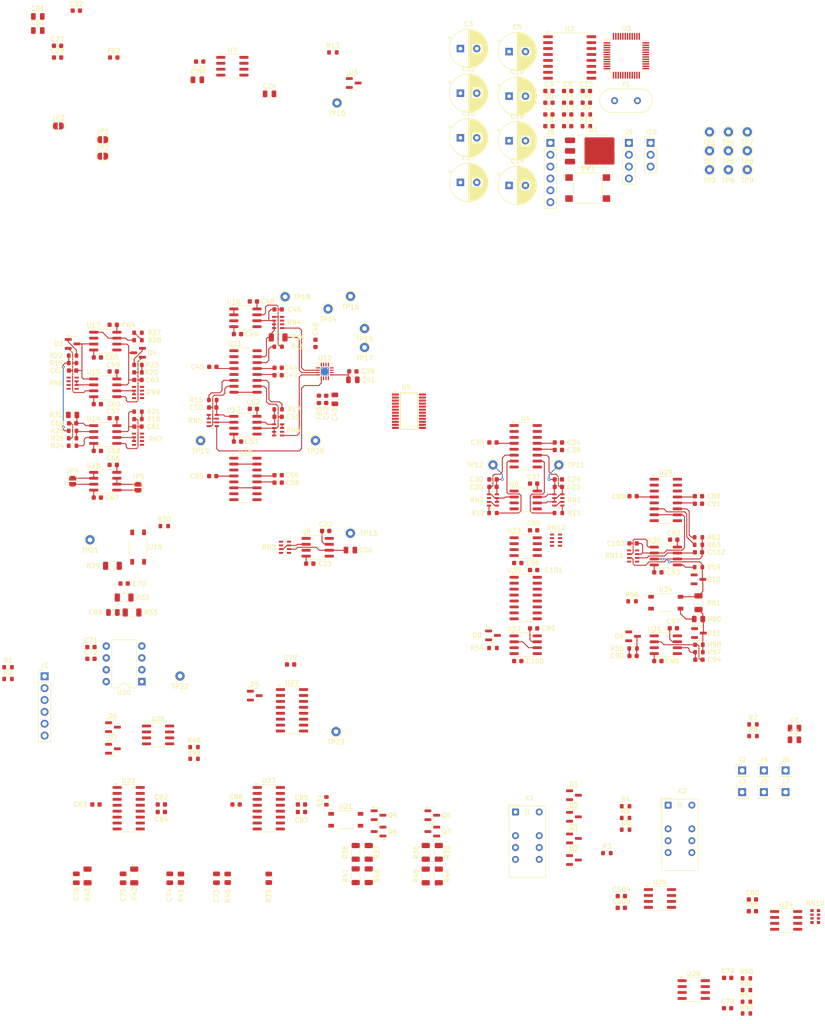
<source format=kicad_pcb>
(kicad_pcb (version 20240108) (generator "pcbnew") (generator_version "8.0")
  (title_block (title "DSMU A1 - PCB") (date "2024-09-12") (rev "DRAFT 1"))
  (layers (0 "F.Cu" signal) (31 "B.Cu" signal) (34 "B.Paste" user) (35 "F.Paste" user) (36 "B.SilkS" user "B.Silkscreen") (37 "F.SilkS" user "F.Silkscreen") (38 "B.Mask" user) (39 "F.Mask" user) (44 "Edge.Cuts" user))
  (net 0 "")
  (net 1 "Net-(C1-Pad1)")
  (net 2 "/Current Ranging/I_{sense}OUT")
  (net 3 "0Vo")
  (net 4 "GND")
  (net 5 "+5V")
  (net 6 "+3.3V")
  (net 7 "/Digital Control/RST")
  (net 8 "Net-(U3-PF0)")
  (net 9 "Net-(U3-PF1)")
  (net 10 "+3.3VA")
  (net 11 "+15V")
  (net 12 "-15V")
  (net 13 "V_{ref}")
  (net 14 "/Data Converters/V_{ADC}")
  (net 15 "/Data Converters/I_{ADC}")
  (net 16 "/Data Converters/AVDD_{ADC}")
  (net 17 "-V_{ref}")
  (net 18 "/Data Converters/AVDD_{DAC}")
  (net 19 "/Crossover and Amplifier Control/F_{DAC}")
  (net 20 "/Crossover and Amplifier Control/C_{DAC}+")
  (net 21 "/Crossover and Amplifier Control/C_{DAC}-")
  (net 22 "Net-(U14A-+)")
  (net 23 "Net-(D3-A)")
  (net 24 "Net-(U17A-+)")
  (net 25 "Net-(U14B-+)")
  (net 26 "Net-(U17B--)")
  (net 27 "Net-(U20-+)")
  (net 28 "/Voltage Ranging/V_{sense}-")
  (net 29 "Net-(U31-+)")
  (net 30 "Net-(U31--)")
  (net 31 "+15Vo")
  (net 32 "-15Vo")
  (net 34 "Net-(Q1-C)")
  (net 36 "Net-(Q2-C)")
  (net 37 "Net-(D3-K-Pad1)")
  (net 38 "Net-(D4-A)")
  (net 39 "Guard_{int}")
  (net 41 "Net-(D6-K)")
  (net 42 "Net-(D6-A)")
  (net 44 "Net-(U32-+)")
  (net 45 "Net-(U30A-+)")
  (net 46 "Net-(D11-K-Pad3)")
  (net 47 "Net-(J1-Pin_1)")
  (net 48 "Net-(J1-Pin_2)")
  (net 49 "/Crossover and Amplifier Control/Amp Drive")
  (net 50 "Earth")
  (net 51 "/Guard")
  (net 52 "/Out+")
  (net 53 "/Sense+")
  (net 54 "/Sense-")
  (net 55 "Net-(J8-Pin_3)")
  (net 56 "Net-(J8-Pin_4)")
  (net 57 "Net-(J8-Pin_1)")
  (net 58 "Net-(J8-Pin_2)")
  (net 59 "Net-(J8-Pin_6)")
  (net 60 "Net-(J8-Pin_5)")
  (net 61 "/Digital Control/V_{ADC}")
  (net 62 "/Digital Control/I_{ADC}")
  (net 63 "Net-(JP3-A)")
  (net 64 "/Crossover and Amplifier Control/F_{FB}")
  (net 65 "Net-(JP4-B)")
  (net 66 "/Crossover and Amplifier Control/C_{FB}")
  (net 67 "Net-(JP5-B)")
  (net 68 "/RE_OE")
  (net 70 "/Current Ranging/GuardOUT")
  (net 72 "/RE_RS")
  (net 73 "/Voltage Ranging/V_{sense}+")
  (net 74 "Net-(Q1-B)")
  (net 75 "Net-(Q2-B)")
  (net 76 "/Current Ranging/1A Gate Drive")
  (net 77 "Net-(Q3-S)")
  (net 78 "/Current Ranging/100mA Gate Drive")
  (net 79 "Net-(Q4-S)")
  (net 80 "Net-(Q5-D)")
  (net 81 "Net-(Q6-D)")
  (net 82 "/Digital Control/AMP_{CTL}0")
  (net 83 "/Digital Control/AMP_{CTL}1")
  (net 84 "/OE_{CTRL}")
  (net 85 "/RS_{CTRL}")
  (net 86 "/Digital Control/BOOT0")
  (net 87 "/Data Converters/DACD")
  (net 88 "Net-(R15-Pad1)")
  (net 89 "Net-(R16-Pad1)")
  (net 90 "Net-(R17-Pad1)")
  (net 91 "Net-(R18-Pad2)")
  (net 92 "Net-(U15B-+)")
  (net 93 "/Clamp")
  (net 94 "Net-(R28-Pad1)")
  (net 95 "Net-(R29-Pad2)")
  (net 96 "/V_{FB}LO")
  (net 97 "Net-(R30-Pad2)")
  (net 98 "/Current Ranging/100mA")
  (net 99 "Net-(R34-Pad1)")
  (net 100 "Net-(R35-Pad2)")
  (net 101 "Net-(R36-Pad2)")
  (net 102 "Net-(R37-Pad2)")
  (net 103 "Net-(R38-Pad2)")
  (net 104 "Net-(R39-Pad1)")
  (net 105 "Net-(RN10D-R4.2)")
  (net 106 "Net-(U28A--)")
  (net 107 "/Voltage Ranging/150V")
  (net 108 "Net-(R56-Pad2)")
  (net 109 "Net-(U30B-+)")
  (net 110 "Net-(R60-Pad1)")
  (net 111 "Net-(R62-Pad2)")
  (net 112 "Net-(R63-Pad2)")
  (net 113 "/VM")
  (net 114 "/IM")
  (net 119 "/Data Converters/DACA")
  (net 120 "/Data Converters/DACB")
  (net 121 "/Data Converters/DACC")
  (net 129 "Net-(RN8B-R2.2)")
  (net 133 "Net-(RN9B-R2.1)")
  (net 136 "Net-(RN10C-R3.2)")
  (net 137 "Net-(RN10A-R1.1)")
  (net 138 "Net-(RN10A-R1.2)")
  (net 139 "Net-(RN12A-R1.2)")
  (net 140 "/Current Ranging/Rsense")
  (net 141 "/Digital Control/TX")
  (net 143 "/Digital Control/RX")
  (net 145 "/Data Converters/V_{MEAS}LO")
  (net 146 "/FI")
  (net 148 "/VM_{CTRL}1")
  (net 150 "/Data Converters/~{CSADC}")
  (net 151 "/Data Converters/F_{DAC}LO")
  (net 153 "/IM_{CTRL}0")
  (net 154 "/Data Converters/MOSI")
  (net 155 "/Data Converters/C_{DAC}LO")
  (net 157 "/Data Converters/MISO")
  (net 160 "/IM_{CTRL}1")
  (net 161 "/VM_{CTRL}2")
  (net 162 "/FV")
  (net 164 "/Data Converters/I_{MEAS}LO")
  (net 165 "/VM_{CTRL}0")
  (net 166 "/IM_{CTRL}2")
  (net 167 "/Data Converters/SCLK")
  (net 168 "/Data Converters/~{CSDAC}")
  (net 187 "Net-(U10A--)")
  (net 192 "/Current Ranging/10mA")
  (net 193 "/Current Ranging/10µA")
  (net 194 "/Current Ranging/1mA")
  (net 195 "/Current Ranging/100µA")
  (net 196 "/Current Ranging/1A")
  (net 202 "+3V3")
  (net 206 "/Voltage Ranging/1.5V")
  (net 207 "/Voltage Ranging/150mV")
  (net 209 "Net-(U33A--)")
  (net 215 "Net-(C61-Pad2)")
  (net 216 "Net-(C68-Pad1)")
  (net 217 "Net-(C68-Pad2)")
  (net 218 "Net-(C69-Pad2)")
  (net 219 "Net-(C73-Pad1)")
  (net 220 "Net-(C74-Pad1)")
  (net 221 "Net-(C75-Pad1)")
  (net 222 "Net-(C94-Pad1)")
  (net 224 "Net-(RN4B-R2.1)")
  (net 225 "Net-(RN4A-R1.2)")
  (net 226 "Net-(RN6B-R2.1)")
  (net 227 "Net-(RN6A-R1.2)")
  (net 228 "Net-(RN7B-R2.2)")
  (net 229 "Net-(U14A--)")
  (net 230 "Net-(RN5A-R1.1)")
  (net 231 "Net-(RN5B-R2.2)")
  (net 232 "Net-(RN12B-R2.2)")
  (net 237 "Net-(RN11C-R3.2)")
  (net 238 "Net-(RN11C-R3.1)")
  (net 239 "Net-(RN11B-R2.1)")
  (net 240 "Net-(RN11B-R2.2)")
  (net 241 "Net-(RN1A-R1.2)")
  (net 244 "Net-(RN1C-R3.2)")
  (net 245 "Net-(R11-Pad2)")
  (net 246 "Net-(R12-Pad2)")
  (net 247 "Net-(RN2A-R1.1)")
  (net 248 "Net-(RN2C-R3.1)")
  (net 249 "Net-(RN3B-R2.2)")
  (footprint "Resistor_SMD:R_0603_1608Metric" (layer "F.Cu") (at 156.4 217.085)
    (property "Reference" "R5")
    (property "Value" "2.2k")
  )
  (footprint "Package_TO_SOT_SMD:SOT-23" (layer "F.Cu") (at 46.64 202.27)
    (property "Reference" "D7")
    (property "Value" "BZX84C10")
  )
  (footprint "Resistor_SMD:R_0603_1608Metric" (layer "F.Cu") (at 183.675 199.56)
    (property "Reference" "R8")
    (property "Value" "100k")
  )
  (footprint "Capacitor_SMD:C_0603_1608Metric" (layer "F.Cu") (at 139.98 66.465)
    (property "Reference" "C7")
    (property "Value" "100n")
  )
  (footprint "Capacitor_SMD:C_0603_1608Metric" (layer "F.Cu") (at 82 145.3)
    (property "Reference" "C56")
    (property "Value" "100n")
  )
  (footprint "Capacitor_SMD:C_0603_1608Metric" (layer "F.Cu") (at 82 131.2 180)
    (property "Reference" "C51")
    (property "Value" "1n")
  )
  (footprint "Connector_Pin:Pin_D1.0mm_L10.0mm" (layer "F.Cu") (at 61 186.7)
    (property "Reference" "TP22")
    (property "Value" "TestPoint")
  )
  (footprint "Capacitor_SMD:C_0603_1608Metric" (layer "F.Cu") (at 172 148.2)
    (property "Reference" "C88")
    (property "Value" "100n")
  )
  (footprint "Connector_Pin:Pin_D1.0mm_L10.0mm" (layer "F.Cu") (at 100.5 112.3)
    (property "Reference" "TP16")
    (property "Value" "TestPoint")
  )
  (footprint "Capacitor_SMD:C_0603_1608Metric" (layer "F.Cu") (at 82 122.3)
    (property "Reference" "C47")
    (property "Value" "100n")
  )
  (footprint "Capacitor_SMD:C_0603_1608Metric" (layer "F.Cu") (at 139.98 68.975)
    (property "Reference" "C8")
    (property "Value" "100n")
  )
  (footprint "Connector_Pin:Pin_D1.0mm_L10.0mm" (layer "F.Cu") (at 100.5 116.35)
    (property "Reference" "TP17")
    (property "Value" "TestPoint")
  )
  (footprint "Resistor_SMD:R_0603_1608Metric" (layer "F.Cu") (at 52 131.695)
    (property "Reference" "R18")
    (property "Value" "20k")
  )
  (footprint "Resistor_SMD:R_0603_1608Metric" (layer "F.Cu") (at 82 116.2)
    (property "Reference" "R15")
    (property "Value" "2.2k")
  )
  (footprint "Connector_Pin:Pin_D1.0mm_L10.0mm" (layer "F.Cu") (at 178.405 70.2)
    (property "Reference" "TP4")
    (property "Value" "TestPoint")
  )
  (footprint "Capacitor_SMD:C_0603_1608Metric" (layer "F.Cu") (at 133.3 162.5 180)
    (property "Reference" "C96")
    (property "Value" "100n")
  )
  (footprint "Package_SO:SOIC-8_3.9x4.9mm_P1.27mm" (layer "F.Cu") (at 45 114.995)
    (property "Reference" "U17")
    (property "Value" "LM393")
  )
  (footprint "Connector_Pin:Pin_D1.0mm_L10.0mm" (layer "F.Cu") (at 41.725 157.53)
    (property "Reference" "TP21")
    (property "Value" "TestPoint")
  )
  (footprint "Connector_PinHeader_2.54mm:PinHeader_1x06_P2.54mm_Vertical" (layer "F.Cu") (at 32 186.75)
    (property "Reference" "J1")
    (property "Value" "Conn_01x06_Socket")
  )
  (footprint "Capacitor_SMD:C_0603_1608Metric" (layer "F.Cu") (at 142 144.6)
    (property "Reference" "C29")
    (property "Value" "1n")
  )
  (footprint "Resistor_SMD:R_Array_Concave_4x0603" (layer "F.Cu") (at 83.475 159.135)
    (property "Reference" "RN3")
    (property "Value" "10k")
  )
  (footprint "Resistor_SMD:R_0805_2012Metric" (layer "F.Cu") (at 38 130.795 180)
    (property "Reference" "R31")
    (property "Value" "10k")
  )
  (footprint "Package_SO:SOIC-8_3.9x4.9mm_P1.27mm" (layer "F.Cu") (at 135 159)
    (property "Reference" "U33")
    (property "Value" "OPA2182")
  )
  (footprint "Capacitor_SMD:C_0603_1608Metric" (layer "F.Cu") (at 172.1 183.2)
    (property "Reference" "C94")
    (property "Value" "15p")
  )
  (footprint "Resistor_SMD:R_1206_3216Metric" (layer "F.Cu") (at 46.525 163.095)
    (property "Reference" "R29")
    (property "Value" "1.5k")
  )
  (footprint "Resistor_SMD:R_0603_1608Metric" (layer "F.Cu") (at 38 118.095 180)
    (property "Reference" "R22")
    (property "Value" "470")
  )
  (footprint "Connector_PinHeader_2.54mm:PinHeader_1x01_P2.54mm_Vertical" (layer "F.Cu") (at 186 211.56)
    (property "Reference" "J5")
    (property "Value" "Conn_01x01_Socket")
  )
  (footprint "Package_TO_SOT_SMD:SOT-23" (layer "F.Cu") (at 145.3375 226.095)
    (property "Reference" "Q2")
    (property "Value" "BC847")
  )
  (footprint "Resistor_SMD:R_1206_3216Metric" (layer "F.Cu") (at 113.6 229.5 -90)
    (property "Reference" "R45")
    (property "Value" "374m")
  )
  (footprint "Resistor_SMD:R_0603_1608Metric" (layer "F.Cu") (at 24.175 187.325)
    (property "Reference" "R2")
    (property "Value" "2.2k")
  )
  (footprint "Capacitor_SMD:C_0603_1608Metric" (layer "F.Cu") (at 41.925 180.5)
    (property "Reference" "C71")
    (property "Value" "100n")
  )
  (footprint "Capacitor_SMD:C_0603_1608Metric" (layer "F.Cu") (at 166.7 157.5 180)
    (property "Reference" "C92")
    (property "Value" "100n")
  )
  (footprint "Resistor_SMD:R_0603_1608Metric" (layer "F.Cu") (at 57.625 154.595)
    (property "Reference" "R30")
    (property "Value" "2.2k")
  )
  (footprint "Package_TO_SOT_SMD:SOT-23" (layer "F.Cu") (at 52 117.495 180)
    (property "Reference" "D4")
    (property "Value" "BAV99")
  )
  (footprint "Capacitor_SMD:C_0603_1608Metric" (layer "F.Cu") (at 57 215.8)
    (property "Reference" "C84")
    (property "Value" "100n")
  )
  (footprint "Capacitor_SMD:C_0603_1608Metric" (layer "F.Cu") (at 155.475 236.32)
    (property "Reference" "C105")
    (property "Value" "100n")
  )
  (footprint "Package_TO_SOT_SMD:SOT-23" (layer "F.Cu") (at 38 115.595)
    (property "Reference" "D3")
    (property "Value" "BAV99")
  )
  (footprint "Capacitor_SMD:C_0603_1608Metric" (layer "F.Cu") (at 82 108.2)
    (property "Reference" "C46")
    (property "Value" "1n")
  )
  (footprint "Connector_PinHeader_2.54mm:PinHeader_1x06_P2.54mm_Vertical" (layer "F.Cu") (at 140.3 72.555)
    (property "Reference" "J8")
    (property "Value" "Conn_01x06_Pin")
  )
  (footprint "Capacitor_THT:CP_Radial_D8.0mm_P3.50mm" (layer "F.Cu") (at 131.454698 72.105)
    (property "Reference" "C18")
    (property "Value" "100u")
  )
  (footprint "Resistor_SMD:R_0603_1608Metric" (layer "F.Cu") (at 156.4 214.575)
    (property "Reference" "R4")
    (property "Value" "33")
  )
  (footprint "Capacitor_SMD:C_0603_1608Metric" (layer "F.Cu") (at 52 123.295 180)
    (property "Reference" "C63")
    (property "Value" "15p")
  )
  (footprint "Capacitor_SMD:C_0603_1608Metric" (layer "F.Cu") (at 92.3 127.4625 -90)
    (property "Reference" "C42")
    (property "Value" "100n")
  )
  (footprint "Resistor_SMD:R_0603_1608Metric" (layer "F.Cu") (at 182.275 251.415)
    (property "Reference" "R50")
    (property "Value" "10k")
  )
  (footprint "Capacitor_SMD:C_0603_1608Metric" (layer "F.Cu") (at 143.99 68.975)
    (property "Reference" "C14")
    (property "Value" "18p")
  )
  (footprint "Capacitor_SMD:C_0603_1608Metric" (layer "F.Cu") (at 158 158.3 180)
    (property "Reference" "C103")
    (property "Value" "15p")
  )
  (footprint "Package_SO:SOIC-8_3.9x4.9mm_P1.27mm" (layer "F.Cu") (at 56.3 199.3)
    (property "Reference" "U26")
    (property "Value" "TL071")
  )
  (footprint "Resistor_SMD:R_1206_3216Metric" (layer "F.Cu") (at 51.2 229.5 -90)
    (property "Reference" "R42")
    (property "Value" "422k")
  )
  (footprint "Resistor_SMD:R_0603_1608Metric" (layer "F.Cu") (at 38 137.395)
    (property "Reference" "R24")
    (property "Value" "10k")
  )
  (footprint "Jumper:SolderJumper-2_P1.3mm_Open_RoundedPad1.0x1.5mm" (layer "F.Cu") (at 44.455 75.411394)
    (property "Reference" "JP2")
    (property "Value" "SolderJumper_2_Open")
  )
  (footprint "Capacitor_SMD:C_0603_1608Metric" (layer "F.Cu") (at 142 138.3)
    (property "Reference" "C38")
    (property "Value" "100n")
  )
  (footprint "Relay_THT:Relay_DPDT_Kemet_EC2" (layer "F.Cu") (at 165.5 214.34)
    (property "Reference" "K2")
    (property "Value" "EC2-5NU")
  )
  (footprint "Capacitor_SMD:C_0603_1608Metric" (layer "F.Cu") (at 163.3 183.5 180)
    (property "Reference" "C98")
    (property "Value" "100n")
  )
  (footprint "Connector_PinHeader_2.54mm:PinHeader_1x04_P2.54mm_Vertical" (layer "F.Cu") (at 157.1 72.555)
    (property "Reference" "J9")
    (property "Value" "Conn_01x04_Pin")
  )
  (footprint "Resistor_SMD:R_0805_2012Metric" (layer "F.Cu") (at 61.2 230 -90)
    (property "Reference" "R41")
    (property "Value" "37.4k")
  )
  (footprint "Capacitor_SMD:C_0603_1608Metric" (layer "F.Cu") (at 136.7 176.5)
    (property "Reference" "C99")
    (property "Value" "100n")
  )
  (footprint "Resistor_SMD:R_0603_1608Metric" (layer "F.Cu") (at 142 151.8 180)
    (property "Reference" "R11")
    (property "Value" "2.2k")
  )
  (footprint "Resistor_SMD:R_Array_Concave_4x0603" (layer "F.Cu") (at 142 149)
    (property "Reference" "RN1")
    (property "Value" "10k")
  )
  (footprint "Resistor_SMD:R_0603_1608Metric" (layer "F.Cu") (at 156.4 219.595)
    (property "Reference" "R6")
    (property "Value" "33")
  )
  (footprint "Connector_Pin:Pin_D1.0mm_L10.0mm" (layer "F.Cu") (at 174.355 70.2)
    (property "Reference" "TP1")
    (property "Value" "TestPoint")
  )
  (footprint "Capacitor_THT:CP_Radial_D8.0mm_P3.50mm" (layer "F.Cu") (at 131.454698 62.555)
    (property "Reference" "C10")
    (property "Value" "100u")
  )
  (footprint "Capacitor_SMD:C_0603_1608Metric" (layer "F.Cu") (at 148 61.445)
    (property "Reference" "C15")
    (property "Value" "100n")
  )
  (footprint "Resistor_SMD:R_1206_3216Metric" (layer "F.Cu") (at 41.2 229.5 -90)
    (property "Reference" "R43")
    (property "Value" "3.74M")
  )
  (footprint "Resistor_SMD:R_0603_1608Metric" (layer "F.Cu") (at 148 68.975)
    (property "Reference" "R10")
    (property "Value" "10k")
  )
  (footprint "Package_SO:SOIC-8_3.9x4.9mm_P1.27mm" (layer "F.Cu") (at 190.775 239.015)
    (property "Reference" "U24")
    (property "Value" "OPA2182")
  )
  (footprint "Capacitor_SMD:C_0603_1608Metric" (layer "F.Cu") (at 98 121.475)
    (property "Reference" "C39")
    (property "Value" "100n")
  )
  (footprint "Capacitor_SMD:C_0603_1608Metric" (layer "F.Cu") (at 163.3 164.5 180)
    (property "Reference" "C93")
    (property "Value" "100n")
  )
  (footprint "Package_SO:SOIC-8_3.9x4.9mm_P1.27mm" (layer "F.Cu") (at 45 134.995)
    (property "Reference" "U14")
    (property "Value" "OPA2182")
  )
  (footprint "Resistor_SMD:R_0603_1608Metric" (layer "F.Cu") (at 128 180.7)
    (property "Reference" "R54")
    (property "Value" "10k")
  )
  (footprint "Capacitor_SMD:C_0603_1608Metric" (layer "F.Cu") (at 38 132.595)
    (property "Reference" "C68")
    (property "Value" "1n")
  )
  (footprint "Package_SO:SOIC-16_3.9x9.9mm_P1.27mm" (layer "F.Cu") (at 50 215)
    (property "Reference" "U22")
    (property "Value" "DG444xY")
  )
  (footprint "Capacitor_SMD:C_0805_2012Metric" (layer "F.Cu") (at 30.55 45.49)
    (property "Reference" "C31")
    (property "Value" "10u")
  )
  (footprint "Capacitor_SMD:C_0603_1608Metric" (layer "F.Cu") (at 68 143.9)
    (property "Reference" "C55")
    (property "Value" "100n")
  )
  (footprint "Capacitor_SMD:C_0603_1608Metric" (layer "F.Cu") (at 172 160.2)
    (property "Reference" "C102")
    (property "Value" "15p")
  )
  (footprint "Capacitor_SMD:C_0603_1608Metric" (layer "F.Cu") (at 142 136.7)
    (property "Reference" "C34")
    (property "Value" "100n")
  )
  (footprint "Capacitor_SMD:C_0603_1608Metric" (layer "F.Cu") (at 46.7 121.495 180)
    (property "Reference" "C59")
    (property "Value" "100n")
  )
  (footprint "Resistor_SMD:R_Array_Concave_4x0603" (layer "F.Cu") (at 68 131.995)
    (property "Reference" "RN5")
    (property "Value" "10k")
  )
  (footprint "Capacitor_SMD:C_0603_1608Metric" (layer "F.Cu") (at 82 120.7)
    (property "Reference" "C44")
    (property "Value" "100n")
  )
  (footprint "Package_SO:SOIC-16_3.9x9.9mm_P1.27mm" (layer "F.Cu") (at 80 215)
    (property "Reference" "U23")
    (property "Value" "DG444xY")
  )
  (footprint "Button_Switch_SMD:SW_SPST_Omron_B3FS-105xP" (layer "F.Cu") (at 148.285 82.225)
    (property "Reference" "SW1")
    (property "Value" "SW_Push")
  )
  (footprint "Resistor_SMD:R_0603_1608Metric" (layer "F.Cu") (at 68 127.6)
    (property "Reference" "R16")
    (property "Value" "2.2k")
  )
  (footprint "Capacitor_SMD:C_0805_2012Metric" (layer "F.Cu") (at 64.705 59.045)
    (property "Reference" "C20")
    (property "Value" "10u")
  )
  (footprint "Resistor_SMD:R_Array_Concave_4x0603" (layer "F.Cu") (at 141.5 157.6)
    (property "Reference" "RN12")
    (property "Value" "10k")
  )
  (footprint "Package_SO:SOIC-16_3.9x9.9mm_P1.27mm" (layer "F.Cu") (at 75.025 121.5)
    (property "Reference" "U11")
    (property "Value" "DG444xY")
  )
  (footprint "Connector_PinHeader_2.54mm:PinHeader_1x01_P2.54mm_Vertical" (layer "F.Cu") (at 181.35 206.91)
    (property "Reference" "J2")
    (property "Value" "Conn_01x01_Socket")
  )
  (footprint "Capacitor_THT:CP_Radial_D8.0mm_P3.50mm" (layer "F.Cu") (at 131.454698 53.005)
    (property "Reference" "C5")
    (property "Value" "100u")
  )
  (footprint "Package_SO:SOIC-16_3.9x9.9mm_P1.27mm" (layer "F.Cu") (at 135 170)
    (property "Reference" "U35")
    (property "Value" "74HC138")
  )
  (footprint "Package_TO_SOT_SMD:SOT-23" (layer "F.Cu") (at 145.3375 216.845)
    (property "Reference" "D2")
    (property "Value" "BAV99")
  )
  (footprint "Connector_Pin:Pin_D1.0mm_L10.0mm" (layer "F.Cu") (at 182.455 70.2)
    (property "Reference" "TP7")
    (property "Value" "TestPoint")
  )
  (footprint "Capacitor_SMD:C_0805_2012Metric" (layer "F.Cu") (at 80.155 62.055)
    (property "Reference" "C24")
    (property "Value" "10u")
  )
  (footprint "Connector_Pin:Pin_D1.0mm_L10.0mm" (layer "F.Cu") (at 97.5 105.4)
    (property "Reference" "TP15")
    (property "Value" "TestPoint")
  )
  (footprint "Connector_Pin:Pin_D1.0mm_L10.0mm" (layer "F.Cu") (at 65.4 136.3)
    (property "Reference" "TP19")
    (property "Value" "TestPoint" (hide yes))
  )
  (footprint "Package_TO_SOT_SMD:SOT-23" (layer "F.Cu") (at 115 220 180)
    (property "Reference" "Q3")
    (property "Value" "DMN6075S")
  )
  (footprint "Resistor_SMD:R_0603_1608Metric" (layer "F.Cu") (at 52 130.095)
    (property "Reference" "R21")
    (property "Value" "4.7k")
  )
  (footprint "Resistor_SMD:R_Array_Concave_4x0603" (layer "F.Cu") (at 82 134)
    (property "Reference" "RN6")
    (property "Value" "10k")
  )
  (footprint "Package_SO:MFSOP6-4_4.4x3.6mm_P1.27mm" (layer "F.Cu") (at 96.5 217.475)
    (property "Reference" "U21")
    (property "Value" "TLP175A")
  )
  (footprint "Inductor_SMD:L_0603_1608Metric" (layer "F.Cu") (at 148 63.955)
    (property "Reference" "FB1")
    (property "Value" "FerriteBead_Small")
  )
  (footprint "Capacitor_SMD:C_0805_2012Metric" (layer "F.Cu") (at 48.8 230 -90)
    (property "Reference" "C75")
    (property "Value" "270p")
  )
  (footprint "Capacitor_SMD:C_0603_1608Metric" (layer "F.Cu") (at 143.99 66.465)
    (property "Reference" "C13")
    (property "Value" "18p")
  )
  (footprint "Resistor_SMD:R_1206_3216Metric" (layer "F.Cu") (at 101.4 229.45 -90)
    (property "Reference" "R46")
    (property "Value" "37.4")
  )
  (footprint "Capacitor_SMD:C_0805_2012Metric" (layer "F.Cu") (at 68.8 230 -90)
    (property "Reference" "C73")
    (property "Value" "270p")
  )
  (footprint "Connector_Pin:Pin_D1.0mm_L10.0mm" (layer "F.Cu") (at 178.405 74.25)
    (property "Reference" "TP5")
    (property "Value" "TestPoint")
  )
  (footprint "Resistor_SMD:R_0603_1608Metric" (layer "F.Cu") (at 152.39 224.615)
    (property "Reference" "R3")
    (property "Value" "2.2k")
  )
  (footprint "Resistor_SMD:R_0603_1608Metric" (layer "F.Cu") (at 157.775 170.7)
    (property "Reference" "R56")
    (property "Value" "2.2k")
  )
  (footprint "Package_TO_SOT_SMD:SOT-23" (layer "F.Cu") (at 172.1 177.5)
    (property "Reference" "D11")
    (property "Value" "BAV199")
  )
  (footprint "Connector_Pin:Pin_D1.0mm_L10.0mm" (layer "F.Cu") (at 83.5 105.5)
    (property "Reference" "TP18")
    (property "Value" "TestPoint" (hide yes))
  )
  (footprint "Resistor_SMD:R_0603_1608Metric" (layer "F.Cu") (at 38 119.695 180)
    (property "Reference" "R19")
    (property "Value" "20k")
  )
  (footprint "Capacitor_SMD:C_0603_1608Metric" (layer "F.Cu") (at 76.7 129.5 180)
    (property "Reference" "C52")
    (property "Value" "100n")
  )
  (footprint "Resistor_SMD:R_Array_Concave_4x0603" (layer "F.Cu") (at 82 111)
    (property "Reference" "RN4")
    (property "Value" "10k")
  )
  (footprint "Resistor_SMD:R_0603_1608Metric" (layer "F.Cu") (at 52 114.795)
    (property "Reference" "R28")
    (property "Value" "10k")
  )
  (footprint "Resistor_SMD:R_0603_1608Metric" (layer "F.Cu") (at 64 204.425)
    (property "Reference" "R49")
    (property "Value" "2.2K")
  )
  (footprint "Connector_PinHeader_2.54mm:PinHeader_1x01_P2.54mm_Vertical" (layer "F.Cu") (at 190.65 211.56)
    (property "Reference" "J7")
    (property "Value" "Conn_01x01_Socket")
  )
  (footprint "Package_TO_SOT_SMD:SOT-23" (layer "F.Cu") (at 103.5 220 180)
    (property "Reference" "Q6")
    (property "Value" "DMN6075S")
  )
  (footprint "Resistor_SMD:R_1206_3216Metric" (layer "F.Cu") (at 50.725 173.095)
    (property "Reference" "R33")
    (property "Value" "1k")
  )
  (footprint "Package_TO_SOT_SMD:SOT-23" (layer "F.Cu") (at 145.3375 212.22)
    (property "Reference" "D1")
    (property "Value" "BAV99")
  )
  (footprint "Resistor_SMD:R_0603_1608Metric" (layer "F.Cu") (at 92.35 213.425 90)
    (property "Reference" "R34")
    (property "Value" "2.2k")
  )
  (footprint "Resistor_SMD:R_1206_3216Metric" (layer "F.Cu") (at 98.6 229.45 -90)
    (property "Reference" "R47")
    (property "Value" "37.4")
  )
  (footprint "Capacitor_SMD:C_0603_1608Metric" (layer "F.Cu") (at 155.475 233.81)
    (property "Reference" "C104")
    (property "Value" "100n")
  )
  (footprint "Capacitor_SMD:C_0603_1608Metric" (layer "F.Cu") (at 43.3 118.495 180)
    (property "Reference" "C65")
    (property "Value" "100n")
  )
  (footprint "Connector_Pin:Pin_D1.0mm_L10.0mm" (layer "F.Cu") (at 94.4 198.6)
    (property "Reference" "TP23")
    (property "Value" "TestPoint")
  )
  (footprint "Resistor_SMD:R_1206_3216Metric" (layer "F.Cu") (at 98.6 224.45 -90)
    (property "Reference" "R38")
    (property "Value" "37.4")
  )
  (footprint "Package_SO:SOIC-8_3.9x4.9mm_P1.27mm" (layer "F.Cu") (at 45 144.995)
    (property "Reference" "U18")
    (property "Value" "OPA2182")
  )
  (footprint "Capacitor_SMD:C_0603_1608Metric" (layer "F.Cu") (at 142 146.2)
    (property "Reference" "C25")
    (property "Value" "1n")
  )
  (footprint "Capacitor_SMD:C_0603_1608Metric" (layer "F.Cu") (at 68 129.2)
    (property "Reference" "C50")
    (property "Value" "1n")
  )
  (footprint "Capacitor_SMD:C_0603_1608Metric" (layer "F.Cu") (at 52 133.295 180)
    (property "Reference" "C61")
    (property "Value" "15p")
  )
  (footprint "Resistor_SMD:R_0603_1608Metric" (layer "F.Cu") (at 182.275 256.435)
    (property "Reference" "R52")
    (property "Value" "10k")
  )
  (footprint "Capacitor_SMD:C_0603_1608Metric" (layer "F.Cu") (at 34.78 54.28)
    (property "Reference" "C28")
    (property "Value" "100n")
  )
  (footprint "Package_SO:SOIC-8_3.9x4.9mm_P1.27mm" (layer "F.Cu") (at 90.475 159.135)
    (property "Reference" "U9")
    (property "Value" "OPA140")
  )
  (footprint "Capacitor_SMD:C_0603_1608Metric" (layer "F.Cu") (at 172 149.8)
    (property "Reference" "C91")
    (property "Value" "100n")
  )
  (footprint "Connector_Pin:Pin_D1.0mm_L10.0mm" (layer "F.Cu") (at 92.7 108.1)
    (property "Reference" "TP14")
    (property "Value" "TestPoint")
  )
  (footprint "Resistor_SMD:R_0603_1608Metric" (layer "F.Cu") (at 64 201.915)
    (property "Reference" "R48")
    (property "Value" "10k")
  )
  (footprint "Capacitor_SMD:C_0603_1608Metric" (layer "F.Cu") (at 43.3 128.495 180)
    (property "Reference" "C60")
    (property "Value" "100n")
  )
  (footprint "Package_TO_SOT_SMD:SOT-23" (layer "F.Cu") (at 115 216.5)
    (property "Reference" "Q5")
    (property "Value" "DMN6075S")
  )
  (footprint "Resistor_SMD:R_0603_1608Metric" (layer "F.Cu") (at 52 113.195)
    (property "Reference" "R27")
    (property "Value" "2.2k")
  )
  (footprint "Capacitor_SMD:C_0603_1608Metric" (layer "F.Cu") (at 73 214.2)
    (property "Reference" "C86")
    (property "Value" "100n")
  )
  (footprint "Capacitor_SMD:C_0805_2012Metric" (layer "F.Cu") (at 30.55 48.5)
    (property "Reference" "C33")
    (property "Value" "10u")
  )
  (footprint "Jumper:SolderJumper-2_P1.3mm_Open_RoundedPad1.0x1.5mm" (layer "F.Cu") (at 34.95 68.93)
    (property "Reference" "JP3")
    (property "Value" "SolderJumper_2_Open")
  )
  (footprint "Capacitor_SMD:C_0603_1608Metric" (layer "F.Cu") (at 82 143.7)
    (property "Reference" "C54")
    (property "Value" "100n")
  )
  (footprint "Connector_PinHeader_2.54mm:PinHeader_1x01_P2.54mm_Vertical" (layer "F.Cu") (at 181.35 211.56)
    (property "Reference" "J3")
    (property "Value" "Conn_01x01_Socket")
  )
  (footprint "Package_SO:SOIC-8_3.9x4.9mm_P1.27mm" (layer "F.Cu") (at 135 149)
    (property "Reference" "U8")
    (property "Value" "OPA2182")
  )
  (footprint "AD7190:SOP65P640X120-24N" (layer "F.Cu") (at 110 130)
    (property "Reference" "U5")
    (property "Value" "AD7190BRUZ")
  )
  (footprint "Connector_Pin:Pin_D1.0mm_L10.0mm" (layer "F.Cu") (at 97.475 156.135)
    (property "Reference" "TP13")
    (property "Value" "TestPoint" (hide yes))
  )
  (footprint "Connector_Pin:Pin_D1.0mm_L10.0mm" (layer "F.Cu") (at 178.405 78.3)
    (property "Reference" "TP6")
    (property "Value" "TestPoint")
  )
  (footprint "Capacitor_SMD:C_0603_1608Metric" (layer "F.Cu") (at 139.98 61.445)
    (property "Reference" "C4")
    (property "Value" "1u")
  )
  (footprint "Package_SO:MFSOP6-4_4.4x3.6mm_P1.27mm" (layer "F.Cu") (at 165 171)
    (property "Reference" "U34")
    (property "Value" "TLP170D")
  )
  (footprint "Connector_PinHeader_2.54mm:PinHeader_1x01_P2.54mm_Vertical" (layer "F.Cu") (at 190.65 206.91)
    (property "Reference" "J6")
    (property "Value" "Conn_01x01_Socket")
  )
  (footprint "Resistor_SMD:R_0603_1608Metric" (layer "F.Cu") (at 158 180.8)
    (property "Reference" "R55")
    (property "Value" "10k")
  )
  (footprint "Capacitor_SMD:C_0603_1608Metric" (layer "F.Cu") (at 92.175 155.635)
    (property "Reference" "C22")
    (property "Value" "100n")
  )
  (footprint "Resistor_SMD:R_0603_1608Metric" (layer "F.Cu") (at 93.73 53.19)
    (property "Reference" "R13")
    (property "Value" "2.2k")
  )
  (footprint "Capacitor_SMD:C_0603_1608Metric" (layer "F.Cu") (at 73.3 136.5 180)
    (property "Reference" "C53")
    (property "Value" "100n")
  )
  (footprint "Package_SO:SOIC-16_3.9x9.9mm_P1.27mm" (layer "F.Cu") (at 165 149)
    (property "Reference" "U29")
    (property "Value" "DG444xY")
  )
  (footprint "Resistor_SMD:R_0603_1608Metric" (layer "F.Cu") (at 182.275 258.945)
    (property "Reference" "R53")
    (property "Value" "10k")
  )
  (footprint "Capacitor_SMD:C_0603_1608Metric" (layer "F.Cu") (at 143.99 63.955)
    (property "Reference" "C11")
    (property "Value" "100n")
  )
  (footprint "Capacitor_SMD:C_0805_2012Metric" (layer "F.Cu") (at 192.55 200.35)
    (property "Reference" "C2")
    (property "Value" "270p")
  )
  (footprint "Connector_Pin:Pin_D1.0mm_L10.0mm" (layer "F.Cu") (at 174.355 78.3)
    (property "Reference" "TP3")
    (property "Value" "TestPoint")
  )
  (footprint "Resistor_SMD:R_0603_1608Metric" (layer "F.Cu") (at 38 135.795 180)
    (property "Reference" "R26")
    (property "Value" "2.2k")
  )
  (footprint "Package_SO:MFSOP6-4_4.4x3.6mm_P1.27mm" (layer "F.Cu") (at 52.025 159.095 -90)
    (property "Reference" "U19")
    (property "Value" "TLP170D")
  )
  (footprint "Capacitor_SMD:C_0603_1608Metric" (layer "F.Cu") (at 38.79 44.24)
    (property "Reference" "C32")
    (property "Value" "100n")
  )
  (footprint "Capacitor_SMD:C_0603_1608Metric" (layer "F.Cu") (at 34.78 51.77)
    (property "Reference" "C27")
    (property "Value" "100n")
  )
  (footprint "Capacitor_SMD:C_0603_1608Metric" (layer "F.Cu") (at 49.025 166.895)
    (property "Reference" "C70")
    (property "Value" "22p")
  )
  (footprint "Package_TO_SOT_SMD:SOT-23" (layer "F.Cu") (at 98.18 59.735)
    (property "Reference" "U6")
    (property "Value" "LM4040DBZ-2.0")
  )
  (footprint "Package_SO:SOIC-8_3.9x4.9mm_P1.27mm" (layer "F.Cu") (at 75 110)
    (property "Reference" "U10")
    (property "Value" "OPA2182")
  )
  (footprint "Package_SO:SOIC-8_3.9x4.9mm_P1.27mm" (layer "F.Cu") (at 72.205 56.145)
    (property "Reference" "U7")
    (property "Value" "ADR4520")
  )
  (footprint "Package_DIP:DIP-8_W7.62mm" (layer "F.Cu") (at 52.825 187.895 180)
    (property "Reference" "U20")
    (property "Value" "LM7171xIN")
  )
  (footprint "Capacitor_SMD:C_0603_1608Metric" (layer "F.Cu") (at 133.3 183.5 180)
    (property "Reference" "C100")
    (property "Value" "100n")
  )
  (footprint "Connector_Pin:Pin_D1.0mm_L10.0mm" (layer "F.Cu") (at 182.455 74.25)
    (property "Reference" "TP8")
    (property "Value" "TestPoint")
  )
  (footprint "Resistor_SMD:R_0603_1608Metric" (layer "F.Cu") (at 172.1 181.6)
    (property "Reference" "R57")
    (property "Value" "4.7k")
  )
  (footprint "Jumper:SolderJumper-2_P1.3mm_Open_RoundedPad1.0x1.5mm" (layer "F.Cu") (at 38 144.995 -90)
    (property "Reference" "JP4")
    (property "Value" "SolderJumper_2_Open" (hide yes))
  )
  (footprint "Package_SO:SOIC-16W_7.5x10.3mm_P1.27mm" (layer "F.Cu") (at 144.43 54.265)
    (property "Reference" "U2")
    (property "Value" "ISO7341C")
  )
  (footprint "Capacitor_SMD:C_0603_1608Metric" (layer "F.Cu") (at 128 144.6 180)
    (property "Reference" "C30")
    (property "Value" "1n")
  )
  (footprint "Resistor_SMD:R_0603_1608Metric" (layer "F.Cu") (at 172 163.4)
    (property "Reference" "R59")
    (property "Value" "10k")
  )
  (footprint "Capacitor_THT:CP_Radial_D8.0mm_P3.50mm" (layer "F.Cu") (at 121.03 71.465)
    (property "Reference" "C16")
    (property "Value" "100u")
  )
  (footprint "Resistor_SMD:R_1206_3216Metric" (layer "F.Cu") (at 82 114.2 180)
    (property "Reference" "R14")
    (property "Value" "500M")
  )
  (footprint "Capacitor_SMD:C_0603_1608Metric" (layer "F.Cu") (at 128 146.2 180)
    (property "Reference" "C26")
    (property "Value" "1n")
  )
  (footprint "Resistor_SMD:R_Array_Concave_4x0603" (layer "F.Cu") (at 158 161)
    (property "Reference" "RN11")
    (property "Value" "100k")
  )
  (footprint "Package_TO_SOT_SMD:SOT-23" (layer "F.Cu") (at 172 166)
    (property "Reference" "D10")
    (property "Value" "BAV199")
  )
  (footprint "Capacitor_SMD:C_0603_1608Metric" (layer "F.Cu") (at 57 214.2)
    (property "Reference" "C82")
    (property "Value" "100n")
  )
  (footprint "Capacitor_THT:CP_Radial_D8.0mm_P3.50mm" (layer "F.Cu") (at 121.03 52.365)
    (property "Reference" "C3")
    (property "Value" "100u")
  )
  (footprint "Capacitor_SMD:C_0805_2012Metric" (layer "F.Cu") (at 192.55 197.84)
    (property "Reference" "C1")
    (property "Value" "270p")
  )
  (footprint "Capacitor_SMD:C_0603_1608Metric" (layer "F.Cu") (at 65.205 55.145 180)
    (property "Reference" "C21")
    (property "Value" "100n")
  )
  (footprint "Resistor_SMD:R_Array_Convex_4x0612" (layer "F.Cu") (at 197 238.19)
    (property "Reference" "RN10")
    (property "Value" "10k")
  )
  (footprint "Capacitor_SMD:C_0603_1608Metric" (layer "F.Cu") (at 143.99 61.445)
    (property "Reference" "C9")
    (property "Value" "100n")
  )
  (footprint "Capacitor_SMD:C_0603_1608Metric" (layer "F.Cu") (at 158 148.2)
    (property "Reference" "C89")
    (property "Value" "100n")
  )
  (footprint "Capacitor_THT:CP_Radial_D8.0mm_P3.50mm" (layer "F.Cu") (at 121.03 61.915)
    (property "Reference" "C12")
    (property "Value" "100u")
  )
  (footprint "Resistor_SMD:R_0603_1608Metric" (layer "F.Cu") (at 172 158.6 180)
    (property "Reference" "R63")
    (property "Value" "22k")
  )
  (footprint "Connector_Pin:Pin_D1.0mm_L10.0mm" (layer "F.Cu") (at 128 141.5)
    (property "Reference" "TP12")
    (property "Value" "TestPoint" (hide yes))
  )
  (footprint "Package_SO:SOIC-8_3.9x4.9mm_P1.27mm" (layer "F.Cu") (at 170.975 253.825)
    (property "Reference" "U28")
    (property "Value" "LM393")
  )
  (footprint "Package_SO:SOIC-8_3.9x4.9mm_P1.27mm" (layer "F.Cu") (at 165 161)
    (property "Reference" "U30")
    (property "Value" "OPA2182")
  )
  (footprint "Connector_PinHeader_2.54mm:PinHeader_1x01_P2.54mm_Vertical" (layer "F.Cu") (at 186 206.91)
    (property "Reference" "J4")
    (property "Value" "Conn_01x01_Socket")
  )
  (footprint "Capacitor_SMD:C_0603_1608Metric" (layer "F.Cu") (at 43.3 138.495 180)
    (property "Reference" "C58")
    (property "Value" "100n")
  )
  (footprint "Capacitor_SMD:C_0603_1608Metric" (layer "F.Cu") (at 87 214.2)
    (property "Reference" "C85")
    (property "Value" "100n")
  )
  (footprint "Capacitor_SMD:C_0603_1608Metric" (layer "F.Cu") (at 158 182.4)
    (property "Reference" "C90")
    (property "Value" "22p")
  )
  (footprint "Capacitor_SMD:C_0603_1608Metric" (layer "F.Cu") (at 87 215.8)
    (property "Reference" "C87")
    (property "Value" "100n")
  )
  (footprint "Capacitor_SMD:C_0603_1608Metric" (layer "F.Cu") (at 43 214.2)
    (property "Reference" "C83")
    (property "Value" "100n")
  )
  (footprint "Resistor_SMD:R_0603_1608Metric" (layer "F.Cu") (at 38 134.195)
    (property "Reference" "R25")
    (property "Value" "10k")
  )
  (footprint "Resistor_SMD:R_0805_2012Metric" (layer "F.Cu") (at 80 230 -90)
    (property "Reference" "R39")
    (property "Value" "374")
  )
  (footprint "Connector_Pin:Pin_D1.0mm_L10.0mm" (layer "F.Cu") (at 174.355 74.25)
    (property "Reference" "TP2")
    (property "Value" "TestPoint")
  )
  (footprint "Capacitor_SMD:C_0603_1608Metric" (layer "F.Cu") (at 41.925 183.01)
    (property "Reference" "C72")
    (property "Value" "100n")
  )
  (footprint "Capacitor_SMD:C_0603_1608Metric" (layer "F.Cu") (at 73.3 113.5 180)
    (property "Reference" "C49")
    (property "Value" "100n")
  )
  (footprint "Package_SO:SOIC-8_3.9x4.9mm_P1.27mm" (layer "F.Cu") (at 165 180)
    (property "Reference" "U31")
    (property "Value" "OPA140")
  )
  (footprint "Package_TO_SOT_SMD:SOT-23" (layer "F.Cu") (at 103.5 216.5)
    (property "Reference" "Q4")
    (property "Value" "DMN6075S")
  )
  (footprint "Package_TO_SOT_SMD:TO-252-3_TabPin2" (layer "F.Cu") (at 149.54 74.28)
    (property "Reference" "U1")
    (property "Value" "LP2950-3.3_TO252")
  )
  (footprint "Capacitor_SMD:C_0603_1608Metric" (layer "F.Cu") (at 136.7 164 180)
    (property "Reference" "C101")
    (property "Value" "100n")
  )
  (footprint "Connector_Pin:Pin_D1.0mm_L10.0mm" (layer "F.Cu") (at 142.1 141.5)
    (property "Reference" "TP11")
    (property "Value" "TestPoint" (hide yes))
  )
  (footprint "Capacitor_SMD:C_0603_1608Metric" (layer "F.Cu") (at 178.225 257.825)
    (property "Reference" "C78")
    (property "Value" "100n")
  )
  (footprint "Package_SO:SOIC-8_3.9x4.9mm_P1.27mm" (layer "F.Cu") (at 163.75 234.32)
    (property "Reference" "U25")
    (property "Value" "OPA140")
  )
  (footprint "Resistor_SMD:R_0603_1608Metric" (layer "F.Cu") (at 172.1 180)
    (property "Reference" "R58")
    (property "Value" "10k")
  )
  (footprint "Package_TO_SOT_SMD:SOT-23" (layer "F.Cu") (at 145.3375 221.47)
    (property "Reference" "Q1")
    (property "Value" "BC847")
  )
  (footprint "Package_DFN_QFN:WQFN-16-1EP_3x3mm_P0.5mm_EP1.68x1.68mm_ThermalVias" (layer "F.Cu") (at 92 121.475)
    (property "Reference" "U12")
    (property "Value" "DACx0504")
  )
  (footprint "Capacitor_SMD:C_0603_1608Metric" (layer "F.Cu") (at 76.7 106.5 180)
    (property "Reference" "C48")
    (property "Value" "100n")
  )
  (footprint "Resistor_SMD:R_0603_1608Metric" (layer "F.Cu") (at 148 66.465)
    (property "Reference" "R9")
    (property "Value" "10k")
  )
  (footprint "Resistor_SMD:R_0603_1608Metric" (layer "F.Cu") (at 128 151.8)
    (property "Reference" "R12")
    (property "Value" "2.2k")
  )
  (footprint "Capacitor_SMD:C_0603_1608Metric" (layer "F.Cu") (at 43.3 148.495 180)
    (property "Reference" "C67")
    (property "Value" "100n")
  )
  (footprint "Resistor_SMD:R_0805_2012Metric" (layer "F.Cu") (at 172 174.5)
    (property "Reference" "R60")
    (property "Value" "32.4k")
  )
  (footprint "Package_SO:SOIC-16_3.9x9.9mm_P1.27mm" (layer "F.Cu") (at 75 144.5)
    (property "Reference" "U16")
    (property "Value" "DG444xY")
  )
  (footprint "Capacitor_SMD:C_0603_1608Metric" (layer "F.Cu") (at 136.7 155.5 180)
    (property "Reference" "C95")
    (property "Value" "100n")
  )
  (footprint "Capacitor_SMD:C_0603_1608Metric" (layer "F.Cu") (at 128 136.7)
    (property "Reference" "C35")
    (property "Value" "100n")
  )
  (footprint "Package_SO:SOIC-8_3.9x4.9mm_P1.27mm" (layer "F.Cu") (at 45 124.995)
    (property "Reference" "U15")
    (property "Value" "OPA2182")
  )
  (footprint "Package_SO:SOIC-16_3.9x9.9mm_P1.27mm" (layer "F.Cu") (at 135 137.505)
    (property "Reference" "U4")
    (property "Value" "DG444xY")
  )
  (footprint "Inductor_SMD:L_0603_1608Metric" (layer "F.Cu") (at 46.81 54.28)
    (property "Reference" "FB2")
    (property "Value" "FerriteBead_Small")
  )
  (footprint "Connector_Pin:Pin_D1.0mm_L10.0mm" (layer "F.Cu") (at 94.61 64)
    (property "Reference" "TP10")
    (property "Value" "TestPoint")
  )
  (footprint "Resistor_SMD:R_Array_Concave_4x0603" (layer "F.Cu") (at 52 125.995)
    (property "Reference" "RN9")
    (property "Value" "10k")
  )
  (footprint "Package_SO:SOIC-8_3.9x4.9mm_P1.27mm" (layer "F.Cu") (at 135 180)
    (property "Reference" "U32")
    (property "Value" "OPA140")
  )
  (footprint "Capacitor_SMD:C_0603_1608Metric" (layer "F.Cu") (at 183.55 234.54)
    (property "Reference" "C80")
    (property "Value" "100n")
  )
  (footprint "Capacitor_SMD:C_0603_1608Metric" (layer "F.Cu") (at 68.025 120.5)
    (property "Reference" "C45")
    (property "Value" "100n")
  )
  (footprint "Package_SO:SOIC-8_3.9x4.9mm_P1.27mm" (layer "F.Cu") (at 75 133)
    (property "Reference" "U13")
    (property "Value" "OPA2182")
  )
  (footprint "Jumper:SolderJumper-2_P1.3mm_Open_RoundedPad1.0x1.5mm" (layer "F.Cu") (at 44.455 71.861394)
    (property "Reference" "JP1")
    (property "Value" "SolderJumper_2_Open")
  )
  (footprint "Capacitor_SMD:C_0603_1608Metric" (layer "F.Cu") (at 46.7 111.495 180)
    (property "Reference" "C64")
    (property "Value" "100n")
  )
  (footprint "Capacitor_SMD:C_0603_1608Metric" (layer "F.Cu") (at 178.25 251.325)
    (property "Reference" "C79")
    (property "Value" "100n")
  )
  (footprint "Package_QFP:LQFP-48_7x7mm_P0.5mm" (layer "F.Cu") (at 156.56 53.905)
    (property "Reference" "U3")
    (property "Value" "STM32F303C6Tx")
  )
  (footprint "Capacitor_SMD:C_0603_1608Metric" (layer "F.Cu") (at 139.98 63.955)
    (property "Reference" "C6")
    (property "Value" "100n")
  )
  (footprint "Connector_PinHeader_2.54mm:PinHeader_1x03_P2.54mm_Vertical" (layer "F.Cu") (at 161.75 72.555)
    (property "Reference" "J10")
    (property "Value" "Conn_01x03_Pin")
  )
  (footprint "Capacitor_SMD:C_0603_1608Metric" (layer "F.Cu") (at 84.675 184.23)
    (property "Reference" "C77")
    (property "Value" "100n")
  )
  (footprint "Capacitor_SMD:C_0805_2012Metric" (layer "F.Cu") (at 46.625 173.095)
    (property "Reference" "C69")
    (property "Value" "270p")
  )
  (footprint "Resistor_SMD:R_0603_1608Metric" (layer "F.Cu") (at 52 121.695)
    (property "Reference" "R20")
    (property "Value" "20k")
  )
  (footprint "Capacitor_THT:CP_Radial_D8.0mm_P3.50mm" (layer "F.Cu") (at 121.03 81.015)
    (property "Reference" "C17")
    (property "Value" "100u")
  )
  (footprint "Resistor_SMD:R_1206_3216Metric" (layer "F.Cu") (at 116.4 229.5 -90)
    (property "Reference" "R44")
    (property "Value" "374m")
  )
  (footprint "Package_SO:SOIC-16_3.9x9.9mm_P1.27mm" (layer "F.Cu") (at 84.975 194.035)
    (property "Reference" "U27")
    (property "Value" "74HC138")
  )
  (footprint "Resistor_SMD:R_0603_1608Metric" (layer "F.Cu") (at 182.275 253.925)
    (property "Reference" "R51")
    (property "Value" "10k")
  )
  (footprint "Resistor_SMD:R_Array_Concave_4x0603" (layer "F.Cu") (at 38 123.995)
    (property "Reference" "RN8")
    (property "Value" "10k")
  )
  (footprint "Connector_Pin:Pin_D1.0mm_L10.0mm" (layer "F.Cu") (at 182.455 78.3)
    (property "Reference" "TP9")
    (property "Value" "TestPoint")
  )
  (footprint "Capacitor_SMD:C_0603_1608Metric" (layer "F.Cu") (at 136.7 145.5 180)
    (property "Reference" "C37")
    (property "Value" "100n")
  )
  (footprint "Resistor_SMD:R_1206_3216Metric" (layer "F.Cu") (at 116.4 224.45 -90)
    (property "Reference" "R35")
    (property "Value" "374m")
  )
  (footprint "Resistor_SMD:R_0603_1608Metric" (layer "F.Cu") (at 24.175 184.815)
    (property "Reference" "R1")
    (property "Value" "2.2k")
  )
  (footprint "Resistor_SMD:R_1206_3216Metric" (layer "F.Cu") (at 113.6 224.45 -90)
    (property "Reference" "R36")
    (property "Value" "374m")
  )
  (footprint "Resistor_SMD:R_1206_3216Metric" (layer "F.Cu") (at 101.4 224.45 -90)
    (property "Reference" "R37")
    (property "Value" "37.4")
  )
  (footprint "Resistor_SMD:R_0603_1608Metric" (layer "F.Cu") (at 82 129.6 180)
    (property "Reference" "R17")
    (property "Value" "2.2k")
  )
  (footprint "Resistor_SMD:R_0603_1608Metric" (layer "F.Cu") (at 172 157 180)
    (property "Reference" "R62")
    (property "Value" "2.2k")
  )
  (footprint "Package_TO_SOT_SMD:SOT-23" (layer "F.Cu") (at 46.64 197.645)
    (property "Reference" "D6")
    (property "Value" "BZX84C10")
  )
  (footprint "Resistor_SMD:R_0603_1608Metric" (layer "F.Cu") (at 52 120.095)
    (property "Reference" "R23")
    (property "Value" "470")
  )
  (footprint "Inductor_SMD:L_0603_1608Metric" (layer "F.Cu") (at 90.7425 127.4625 90)
    (property "Reference" "FB3")
    (property "Value" "FerriteBead_Small" (hide yes))
  )
  (footprint "Package_TO_SOT_SMD:SOT-23" (layer "F.Cu") (at 128 178)
    (property "Reference" "D8")
    (property "Value" "BAV199")
  )
  (footprint "Capacitor_SMD:C_0805_2012Metric" (layer "F.Cu") (at 38.8 230 -90)
    (property "Reference" "C76")
    (property "Value" "270p")
  )
  (footprint "Resistor_SMD:R_Array_Concave_4x0603" (layer "F.Cu") (at 52 135.995 180)
    (property "Reference" "RN7")
    (property "Value" "10k")
  )
  (footprint "Capacitor_SMD:C_0603_1608Metric" (layer "F.Cu") (at 88.775 162.635 180)
    (property "Reference" "C23")
    (property "Value" "100n")
  )
  (footprint "Package_TO_SOT_SMD:SOT-23" (layer "F.Cu") (at 158 178.2)
    (property "Reference" "D9")
    (property "Value" "BAV199")
  )
  (footprint "Resistor_SMD:R_Array_Concave_4x0603" (layer "F.Cu") (at 128 149)
    (property "Reference" "RN2")
    (property "Value" "10k")
  )
  (footprint "Capacitor_THT:CP_Radial_D8.0mm_P3.50mm" (layer "F.Cu") (at 131.454698 81.655)
    (property "Reference" "C19")
    (property "Value" "100u")
  )
  (footprint "Resistor_SMD:R_1206_3216Metric" (layer "F.Cu") (at 49.025 169.895)
    (property "Reference" "R32")
    (property "Value" "150k" (hide yes))
  )
  (footprint "Capacitor_SMD:C_0603_1608Metric" (layer "F.Cu") (at 46.7 141.495 180)
    (property "Reference" "C66")
    (property "Value" "100n")
  )
  (footprint "Capacitor_SMD:C_0603_1608Metric" (layer "F.Cu") (at 166.625 176.475)
    (property "Reference" "C97")
    (property "Value" "100n")
  )
  (footprint "Capacitor_SMD:C_0805_2012Metric" (layer "F.Cu") (at 58.8 230 -90)
    (property "Reference" "C74")
    (property "Value" "270p")
  )
  (footprint "Capacitor_SMD:C_0603_1608Metric" (layer "F.Cu") (at 183.55 237.05)
    (property "Reference" "C81")
    (property "Value" "100n")
  )
  (footprint "Resistor_SMD:R_0805_2012Metric" (layer "F.Cu") (at 71.2 230 -90)
    (property "Reference" "R40")
    (property "Value" "3.74k")
  )
  (footprint "Relay_THT:Relay_DPDT_Kemet_EC2" (layer "F.Cu") (at 132.82 215.8)
    (property "Reference" "K1")
    (property "Value" "EC2-5NU")
  )
  (footprint "Capacitor_SMD:C_0603_1608Metric" (layer "F.Cu") (at 46.7 131.495 180)
    (property "Reference" "C57")
    (property "Value" "100n")
  )
  (footprint "Capacitor_SMD:C_0805_2012Metric" (layer "F.Cu") (at 94.1425 127.4625 -90)
    (property "Reference" "C43")
    (property "Value" "10u")
  )
  (footprint "Resistor_SMD:R_1206_3216Metric" (layer "F.Cu") (at 172 171 -90)
    (property "Reference" "R61")
    (property "Value" "390k")
  )
  (footprint "Capacitor_SMD:C_0805_2012Metric" (layer "F.Cu") (at 97.475 159.735)
    (property "Reference" "C36")
    (property "Value" "10u")
  )
  (footprint "Jumper:SolderJumper-2_P1.3mm_Open_RoundedPad1.0x1.5mm" (layer "F.Cu") (at 52 146.295 -90)
    (property "Reference" "JP5")
    (property "Value" "SolderJumper_2_Open" (hide yes))
  )
  (footprint "Connector_Pin:Pin_D1.0mm_L10.0mm" (layer "F.Cu") (at 90 136.3)
    (property "Reference" "TP20")
    (property "Value" "TestPoint" (hide yes))
  )
  (footprint "Crystal:Crystal_HC18-U_Vertical" (layer "F.Cu") (at 154.03 63.515)
    (property "Reference" "Y1")
    (property "Value" "8MHz")
  )
  (footprint "Resistor_SMD:R_0603_1608Metric" (layer "F.Cu") (at 183.675 197.05)
    (property "Reference" "R7")
    (property "Value" "100k")
  )
  (footprint "Capacitor_SMD:C_0805_2012Metric" (layer "F.Cu") (at 98 123.275)
    (property "Reference" "C41")
    (property "Value" "10u")
  )
  (footprint "Capacitor_SMD:C_0603_1608Metric" (layer "F.Cu") (at 38 121.295)
    (property "Reference" "C62")
    (property "Value" "15p")
  )
  (footprint "Capacitor_SMD:C_0603_1608Metric" (layer "F.Cu") (at 90 115.475 90)
    (property "Reference" "C40")
    (property "Value" "100n")
  )
  (footprint "Package_TO_SOT_SMD:SOT-23" (layer "F.Cu") (at 77 190.9)
    (property "Reference" "D5")
    (property "Value" "BAV199")
  )
  (segment (start 141.065 138.14) (end 141.225 138.3) (width 0.2) (layer "F.Cu") (net 5))
  (segment (start 81.06 145.135) (end 81.225 145.3) (width 0.2) (layer "F.Cu") (net 5))
  (segment (start 137.475 147.095) (end 137.475 145.5) (width 0.2) (layer "F.Cu") (net 5))
  (segment (start 167.475 149.635) (end 171.06 149.635) (width 0.2) (layer "F.Cu") (net 5))
  (segment (start 77.475 145.135) (end 81.06 145.135) (width 0.2) (layer "F.Cu") (net 5))
  (segment (start 137.475 138.14) (end 141.065 138.14) (width 0.2) (layer "F.Cu") (net 5))
  (segment (start 81.06 122.135) (end 81.225 122.3) (width 0.2) (layer "F.Cu") (net 5))
  (segment (start 77.5 122.135) (end 81.06 122.135) (width 0.2) (layer "F.Cu") (net 5))
  (segment (start 171.06 149.635) (end 171.225 149.8) (width 0.2) (layer "F.Cu") (net 5))
  (segment (start 97.05 121.65) (end 97.225 121.475) (width 0.2) (layer "F.Cu") (net 6))
  (segment (start 93.4575 122.225) (end 97 122.225) (width 0.2) (layer "F.Cu") (net 6))
  (segment (start 97 122.225) (end 97.05 122.275) (width 0.2) (layer "F.Cu") (net 6))
  (segment (start 97.05 122.275) (end 97.05 121.65) (width 0.2) (layer "F.Cu") (net 6))
  (segment (start 97.05 123.275) (end 97.05 122.275) (width 0.2) (layer "F.Cu") (net 6))
  (segment (start 47.475 141.495) (end 47.475 143.09) (width 0.2) (layer "F.Cu") (net 11))
  (segment (start 81.06 120.865) (end 81.225 120.7) (width 0.2) (layer "F.Cu") (net 11))
  (segment (start 47.475 111.495) (end 47.475 113.09) (width 0.2) (layer "F.Cu") (net 11))
  (segment (start 77.5 120.865) (end 81.06 120.865) (width 0.2) (layer "F.Cu") (net 11))
  (segment (start 141.055 136.87) (end 141.225 136.7) (width 0.2) (layer "F.Cu") (net 11))
  (segment (start 91.4 157.924999) (end 91.975001 158.5) (width 0.2) (layer "F.Cu") (net 11))
  (segment (start 167.475 148.365) (end 171.06 148.365) (width 0.2) (layer "F.Cu") (net 11))
  (segment (start 136.365 179.365) (end 137.475 179.365) (width 0.2) (layer "F.Cu") (net 11))
  (segment (start 77.475 131.095) (end 77.475 129.5) (width 0.2) (layer "F.Cu") (net 11))
  (segment (start 91.4 155.635) (end 91.4 157.924999) (width 0.2) (layer "F.Cu") (net 11))
  (segment (start 171.06 148.365) (end 171.225 148.2) (width 0.2) (layer "F.Cu") (net 11))
  (segment (start 77.475 106.5) (end 77.475 108.095) (width 0.2) (layer "F.Cu") (net 11))
  (segment (start 91.975001 158.5) (end 92.95 158.5) (width 0.2) (layer "F.Cu") (net 11))
  (segment (start 81.06 143.865) (end 81.225 143.7) (width 0.2) (layer "F.Cu") (net 11))
  (segment (start 47.475 123.09) (end 47.475 121.495) (width 0.2) (layer "F.Cu") (net 11))
  (segment (start 77.475 143.865) (end 81.06 143.865) (width 0.2) (layer "F.Cu") (net 11))
  (segment (start 135.925 178.925) (end 136.365 179.365) (width 0.2) (layer "F.Cu") (net 11))
  (segment (start 137.475 136.87) (end 141.055 136.87) (width 0.2) (layer "F.Cu") (net 11))
  (segment (start 47.475 133.09) (end 47.475 131.495) (width 0.2) (layer "F.Cu") (net 11))
  (segment (start 167.475 157.5) (end 167.475 159.095) (width 0.2) (layer "F.Cu") (net 11))
  (segment (start 135.925 176.5) (end 135.925 178.925) (width 0.2) (layer "F.Cu") (net 11))
  (segment (start 158.94 148.365) (end 158.775 148.2) (width 0.2) (layer "F.Cu") (net 12))
  (segment (start 68.8 120.5) (end 69.165 120.865) (width 0.2) (layer "F.Cu") (net 12))
  (segment (start 42.525 138.495) (end 42.525 136.9) (width 0.2) (layer "F.Cu") (net 12))
  (segment (start 162.525 148.365) (end 158.94 148.365) (width 0.2) (layer "F.Cu") (net 12))
  (segment (start 128.945 136.87) (end 128.775 136.7) (width 0.2) (layer "F.Cu") (net 12))
  (segment (start 72.55 120.865) (end 69.165 120.865) (width 0.2) (layer "F.Cu") (net 12))
  (segment (start 72.49 143.9) (end 72.525 143.865) (width 0.2) (layer "F.Cu") (net 12))
  (segment (start 72.525 134.905) (end 72.525 136.5) (width 0.2) (layer "F.Cu") (net 12))
  (segment (start 42.525 148.495) (end 42.525 146.9) (width 0.2) (layer "F.Cu") (net 12))
  (segment (start 68.775 143.9) (end 72.49 143.9) (width 0.2) (layer "F.Cu") (net 12))
  (segment (start 42.525 118.495) (end 42.525 116.9) (width 0.2) (layer "F.Cu") (net 12))
  (segment (start 72.525 111.905) (end 72.525 113.5) (width 0.2) (layer "F.Cu") (net 12))
  (segment (start 42.525 126.9) (end 42.525 128.495) (width 0.2) (layer "F.Cu") (net 12))
  (segment (start 88 162.635) (end 88 161.04) (width 0.2) (layer "F.Cu") (net 12))
  (segment (start 132.525 136.87) (end 128.945 136.87) (width 0.2) (layer "F.Cu") (net 12))
  (segment (start 162.525 164.5) (end 162.525 162.905) (width 0.2) (layer "F.Cu") (net 12))
  (segment (start 141.225 146.2) (end 141.225 144.6) (width 0.2) (layer "F.Cu") (net 14))
  (segment (start 139.235 148.365) (end 139.8 147.8) (width 0.2) (layer "F.Cu") (net 14))
  (segment (start 141.225 144.6) (end 140 144.6) (width 0.2) (layer "F.Cu") (net 14))
  (segment (start 141.15 146.275) (end 141.225 146.2) (width 0.2) (layer "F.Cu") (net 14))
  (segment (start 139.8 147.8) (end 141.15 147.8) (width 0.2) (layer "F.Cu") (net 14))
  (segment (start 141.15 147.8) (end 141.15 146.275) (width 0.2) (layer "F.Cu") (net 14))
  (segment (start 137.475 148.365) (end 139.235 148.365) (width 0.2) (layer "F.Cu") (net 14))
  (via (at 140 144.6) (size 0.6) (drill 0.3) (layers "F.Cu" "B.Cu") (net 14))
  (segment (start 140 144.6) (end 140 143.6) (width 0.2) (layer "B.Cu") (net 14))
  (segment (start 140 143.6) (end 142.1 141.5) (width 0.2) (layer "B.Cu") (net 14))
  (segment (start 128.775 146.2) (end 128.775 144.6) (width 0.2) (layer "F.Cu") (net 15))
  (segment (start 128.85 146.275) (end 128.775 146.2) (width 0.2) (layer "F.Cu") (net 15))
  (segment (start 128.775 144.6) (end 130 144.6) (width 0.2) (layer "F.Cu") (net 15))
  (segment (start 128.85 147.8) (end 128.85 146.275) (width 0.2) (layer "F.Cu") (net 15))
  (via (at 130 144.6) (size 0.6) (drill 0.3) (layers "F.Cu" "B.Cu") (net 15))
  (segment (start 130 143.5) (end 128 141.5) (width 0.2) (layer "B.Cu") (net 15))
  (segment (start 130 144.6) (end 130 143.5) (width 0.2) (layer "B.Cu") (net 15))
  (segment (start 84.325 159.535) (end 85.775 159.535) (width 0.2) (layer "F.Cu") (net 17))
  (segment (start 92.95 159.77) (end 96.49 159.77) (width 0.2) (layer "F.Cu") (net 17))
  (segment (start 96.49 159.77) (end 96.525 159.735) (width 0.2) (layer "F.Cu") (net 17))
  (segment (start 86.175 159.135) (end 90.175 159.135) (width 0.2) (layer "F.Cu") (net 17))
  (segment (start 90.81 159.77) (end 92.95 159.77) (width 0.2) (layer "F.Cu") (net 17))
  (segment (start 85.775 159.535) (end 86.175 159.135) (width 0.2) (layer "F.Cu") (net 17))
  (segment (start 90.175 159.135) (end 90.81 159.77) (width 0.2) (layer "F.Cu") (net 17))
  (segment (start 81.15 109.8) (end 82 109.8) (width 0.2) (layer "F.Cu") (net 19))
  (segment (start 79.3 107.7) (end 79.3 109) (width 0.2) (layer "F.Cu") (net 19))
  (segment (start 82 115.7) (end 82.5 116.2) (width 0.2) (layer "F.Cu") (net 19))
  (segment (start 82 109.8) (end 82 115.7) (width 0.2) (layer "F.Cu") (net 19))
  (segment (start 82 107.625652) (end 81.674348 107.3) (width 0.2) (layer "F.Cu") (net 19))
  (segment (start 79.3 109) (end 78.935 109.365) (width 0.2) (layer "F.Cu") (net 19))
  (segment (start 79.7 107.3) (end 79.3 107.7) (width 0.2) (layer "F.Cu") (net 19))
  (segment (start 82 108.2) (end 82 107.625652) (width 0.2) (layer "F.Cu") (net 19))
  (segment (start 82.775 108.2) (end 82 108.2) (width 0.2) (layer "F.Cu") (net 19))
  (segment (start 82.5 116.2) (end 82.825 116.2) (width 0.2) (layer "F.Cu") (net 19))
  (segment (start 82 108.2) (end 82 109.8) (width 0.2) (layer "F.Cu") (net 19))
  (segment (start 78.935 109.365) (end 77.475 109.365) (width 0.2) (layer "F.Cu") (net 19))
  (segment (start 81.674348 107.3) (end 79.7 107.3) (width 0.2) (layer "F.Cu") (net 19))
  (segment (start 70.345 130.795) (end 70.645 131.095) (width 0.2) (layer "F.Cu") (net 20))
  (segment (start 68.85 129.275) (end 68.775 129.2) (width 0.2) (layer "F.Cu") (net 20))
  (segment (start 68.85 130.795) (end 68.85 129.275) (width 0.2) (layer "F.Cu") (net 20))
  (segment (start 70.645 131.095) (end 72.525 131.095) (width 0.2) (layer "F.Cu") (net 20))
  (segment (start 68.775 129.2) (end 68.775 127.65) (width 0.2) (layer "F.Cu") (net 20))
  (segment (start 68.775 127.65) (end 68.825 127.6) (width 0.2) (layer "F.Cu") (net 20))
  (segment (start 68.85 130.795) (end 70.345 130.795) (width 0.2) (layer "F.Cu") (net 20))
  (segment (start 81.225 131.2) (end 81.225 132.725) (width 0.2) (layer "F.Cu") (net 21))
  (segment (start 79.265 132.365) (end 77.475 132.365) (width 0.2) (layer "F.Cu") (net 21))
  (segment (start 81.175 131.15) (end 81.225 131.2) (width 0.2) (layer "F.Cu") (net 21))
  (segment (start 81.15 132.8) (end 79.7 132.8) (width 0.2) (layer "F.Cu") (net 21))
  (segment (start 81.175 129.6) (end 81.175 131.15) (width 0.2) (layer "F.Cu") (net 21))
  (segment (start 79.7 132.8) (end 79.265 132.365) (width 0.2) (layer "F.Cu") (net 21))
  (segment (start 81.225 132.725) (end 81.15 132.8) (width 0.2) (layer "F.Cu") (net 21))
  (segment (start 40.5 137.095) (end 40.5 135.995) (width 0.2) (layer "F.Cu") (net 22))
  (segment (start 40.2 137.395) (end 40.5 137.095) (width 0.2) (layer "F.Cu") (net 22))
  (segment (start 38.825 137.395) (end 40.2 137.395) (width 0.2) (layer "F.Cu") (net 22))
  (segment (start 40.865 135.63) (end 42.525 135.63) (width 0.2) (layer "F.Cu") (net 22))
  (segment (start 40.5 135.995) (end 40.865 135.63) (width 0.2) (layer "F.Cu") (net 22))
  (segment (start 37.225 121.295) (end 38 121.295) (width 0.2) (layer "F.Cu") (net 23))
  (segment (start 40.4 125.995) (end 40.765 125.63) (width 0.2) (layer "F.Cu") (net 23))
  (segment (start 38.3 125.995) (end 40.4 125.995) (width 0.2) (layer "F.Cu") (net 23))
  (segment (start 38 119.695) (end 38 121.295) (width 0.2) (layer "F.Cu") (net 23))
  (segment (start 38 125.695) (end 38.3 125.995) (width 0.2) (layer "F.Cu") (net 23))
  (segment (start 38 121.295) (end 38 125.695) (width 0.2) (layer "F.Cu") (net 23))
  (segment (start 37.0625 116.545) (end 38 117.4825) (width 0.2) (layer "F.Cu") (net 23))
  (segment (start 40.765 125.63) (end 42.525 125.63) (width 0.2) (layer "F.Cu") (net 23))
  (segment (start 38.825 119.695) (end 38 119.695) (width 0.2) (layer "F.Cu") (net 23))
  (segment (start 38 117.4825) (end 38 119.695) (width 0.2) (layer "F.Cu") (net 23))
  (segment (start 40 122.795) (end 40 121.295) (width 0.2) (layer "F.Cu") (net 24))
  (segment (start 42.525 123.09) (end 40.295 123.09) (width 0.2) (layer "F.Cu") (net 24))
  (segment (start 40 115.595) (end 38.9375 115.595) (width 0.2) (layer "F.Cu") (net 24))
  (segment (start 40.295 123.09) (end 40 122.795) (width 0.2) (layer "F.Cu") (net 24))
  (segment (start 40 121.295) (end 40 115.595) (width 0.2) (layer "F.Cu") (net 24))
  (segment (start 40 115.595) (end 42.49 115.595) (width 0.2) (layer "F.Cu") (net 24))
  (segment (start 42.49 115.595) (end 42.525 115.63) (width 0.2) (layer "F.Cu") (net 24))
  (segment (start 38.775 121.295) (end 40 121.295) (width 0.2) (layer "F.Cu") (net 24))
  (segment (start 49.205 136.9) (end 49.5 137.195) (width 0.2) (layer "F.Cu") (net 25))
  (segment (start 51.7 137.995) (end 52 137.695) (width 0.2) (layer "F.Cu") (net 25))
  (segment (start 51.7 131.695) (end 51.175 131.695) (width 0.2) (layer "F.Cu") (net 25))
  (segment (start 47.475 136.9) (end 49.205 136.9) (width 0.2) (layer "F.Cu") (net 25))
  (segment (start 49.8 137.995) (end 51.7 137.995) (width 0.2) (layer "F.Cu") (net 25))
  (segment (start 52.775 133.295) (end 52 133.295) (width 0.2) (layer "F.Cu") (net 25))
  (segment (start 49.5 137.695) (end 49.8 137.995) (width 0.2) (layer "F.Cu") (net 25))
  (segment (start 52 137.695) (end 52 133.295) (width 0.2) (layer "F.Cu") (net 25))
  (segment (start 52 133.295) (end 52 131.995) (width 0.2) (layer "F.Cu") (net 25))
  (segment (start 52 131.995) (end 51.7 131.695) (width 0.2) (layer "F.Cu") (net 25))
  (segment (start 49.5 137.195) (end 49.5 137.695) (width 0.2) (layer "F.Cu") (net 25))
  (segment (start 47.475 115.63) (end 49.635 115.63) (width 0.2) (layer "F.Cu") (net 26))
  (segment (start 49.635 115.63) (end 50 115.995) (width 0.2) (layer "F.Cu") (net 26))
  (segment (start 51.225 123.295) (end 50 123.295) (width 0.2) (layer "F.Cu") (net 26))
  (segment (start 50 117.495) (end 50 123.295) (width 0.2) (layer "F.Cu") (net 26))
  (segment (start 49.635 124.36) (end 50 123.995) (width 0.2) (layer "F.Cu") (net 26))
  (segment (start 50 115.995) (end 50 117.495) (width 0.2) (layer "F.Cu") (net 26))
  (segment (start 47.475 124.36) (end 49.635 124.36) (width 0.2) (layer "F.Cu") (net 26))
  (segment (start 50 123.995) (end 50 123.295) (width 0.2) (layer "F.Cu") (net 26))
  (segment (start 51.0625 117.495) (end 50 117.495) (width 0.2) (layer "F.Cu") (net 26))
  (segment (start 157.175 182.35) (end 157.225 182.4) (width 0.2) (layer "F.Cu") (net 28))
  (segment (start 157.175 180.8) (end 157.175 182.35) (width 0.2) (layer "F.Cu") (net 28))
  (segment (start 158.775 182.4) (end 158.775 180.85) (width 0.2) (layer "F.Cu") (net 29))
  (segment (start 158.775 180.85) (end 158.825 180.8) (width 0.2) (layer "F.Cu") (net 29))
  (segment (start 158.825 180.8) (end 158.825 178.3125) (width 0.2) (layer "F.Cu") (net 29))
  (segment (start 162.46 180.7) (end 162.525 180.635) (width 0.2) (layer "F.Cu") (net 29))
  (segment (start 158.825 178.3125) (end 158.9375 178.2) (width 0.2) (layer "F.Cu") (net 29))
  (segment (start 172.1 182.9) (end 172.1 180.3) (width 0.2) (layer "F.Cu") (net 30))
  (segment (start 172.1 180.3) (end 171.8 180) (width 0.2) (layer "F.Cu") (net 30))
  (segment (start 172.875 183.2) (end 172.4 183.2) (width 0.2) (layer "F.Cu") (net 30))
  (segment (start 171.275 180) (end 164.6 180) (width 0.2) (layer "F.Cu") (net 30))
  (segment (start 164.6 180) (end 163.965 179.365) (width 0.2) (layer "F.Cu") (net 30))
  (segment (start 163.965 179.365) (end 162.525 179.365) (width 0.2) (layer "F.Cu") (net 30))
  (segment (start 171.8 180) (end 171.275 180) (width 0.2) (layer "F.Cu") (net 30))
  (segment (start 172.4 183.2) (end 172.1 182.9) (width 0.2) (layer "F.Cu") (net 30))
  (segment (start 165.85 178.79) (end 166.425 179.365) (width 0.2) (layer "F.Cu") (net 31))
  (segment (start 166.425 179.365) (end 167.475 179.365) (width 0.2) (layer "F.Cu") (net 31))
  (segment (start 165.85 176.475) (end 165.85 178.79) (width 0.2) (layer "F.Cu") (net 31))
  (segment (start 162.525 183.5) (end 162.525 181.905) (width 0.2) (layer "F.Cu") (net 32))
  (segment (start 37.0625 114.645) (end 37.0625 115.166948) (width 0.2) (layer "F.Cu") (net 37))
  (segment (start 38.825 116.929448) (end 38.825 118.095) (width 0.2) (layer "F.Cu") (net 37))
  (segment (start 37.0625 115.166948) (end 38.825 116.929448) (width 0.2) (layer "F.Cu") (net 37))
  (segment (start 52.9375 117.0575) (end 52.9375 116.545) (width 0.2) (layer "F.Cu") (net 38))
  (segment (start 51.175 118.82) (end 52.9375 117.0575) (width 0.2) (layer "F.Cu") (net 38))
  (segment (start 51.175 120.095) (end 51.175 118.82) (width 0.2) (layer "F.Cu") (net 38))
  (segment (start 164.24 161.635) (end 164.25 161.625) (width 0.2) (layer "F.Cu") (net 45))
  (segment (start 172 169.5375) (end 172.9375 168.6) (width 0.2) (layer "F.Cu") (net 45))
  (segment (start 172.825 163.4) (end 172.825 165.8875) (width 0.2) (layer "F.Cu") (net 45))
  (segment (start 172.9375 168.6) (end 172.9375 166) (width 0.2) (layer "F.Cu") (net 45))
  (segment (start 168.15 169.73) (end 171.8075 169.73) (width 0.2) (layer "F.Cu") (net 45))
  (segment (start 165.75 162.25) (end 172.25 162.25) (width 0.2) (layer "F.Cu") (net 45))
  (segment (start 162.525 161.635) (end 164.24 161.635) (width 0.2) (layer "F.Cu") (net 45))
  (segment (start 172.25 162.25) (end 172.825 162.825) (width 0.2) (layer "F.Cu") (net 45))
  (segment (start 171.8075 169.73) (end 172 169.5375) (width 0.2) (layer "F.Cu") (net 45))
  (segment (start 172.825 162.825) (end 172.825 163.4) (width 0.2) (layer "F.Cu") (net 45))
  (segment (start 172.825 165.8875) (end 172.9375 166) (width 0.2) (layer "F.Cu") (net 45))
  (via (at 165.75 162.25) (size 0.6) (drill 0.3) (layers "F.Cu" "B.Cu") (net 45))
  (via (at 164.25 161.625) (size 0.6) (drill 0.3) (layers "F.Cu" "B.Cu") (net 45))
  (segment (start 164.25 161.625) (end 165.125 161.625) (width 0.2) (layer "B.Cu") (net 45))
  (segment (start 165.125 161.625) (end 165.75 162.25) (width 0.2) (layer "B.Cu") (net 45))
  (segment (start 172 172.4625) (end 172.9125 173.375) (width 0.2) (layer "F.Cu") (net 46))
  (segment (start 172.925 181.6) (end 172.925 180) (width 0.2) (layer "F.Cu") (net 46))
  (segment (start 172.9125 173.375) (end 172.9125 174.5) (width 0.2) (layer "F.Cu") (net 46))
  (segment (start 172.925 180) (end 172.925 177.6125) (width 0.2) (layer "F.Cu") (net 46))
  (segment (start 172.925 177.6125) (end 173.0375 177.5) (width 0.2) (layer "F.Cu") (net 46))
  (segment (start 173.0375 177.5) (end 173.0375 174.625) (width 0.2) (layer "F.Cu") (net 46))
  (segment (start 173.0375 174.625) (end 172.9125 174.5) (width 0.2) (layer "F.Cu") (net 46))
  (segment (start 38 144.345) (end 42.51 144.345) (width 0.2) (layer "F.Cu") (net 64))
  (segment (start 42.525 143.09) (end 42.525 144.36) (width 0.2) (layer "F.Cu") (net 64))
  (segment (start 42.51 144.345) (end 42.525 144.36) (width 0.2) (layer "F.Cu") (net 64))
  (segment (start 42.51 145.645) (end 42.525 145.63) (width 0.2) (layer "F.Cu") (net 65))
  (segment (start 38 145.645) (end 42.51 145.645) (width 0.2) (layer "F.Cu") (net 65))
  (segment (start 77.475 141.325) (end 72.525 141.325) (width 0.2) (layer "F.Cu") (net 65))
  (segment (start 47.49 145.645) (end 47.475 145.63) (width 0.2) (layer "F.Cu") (net 66))
  (segment (start 47.475 145.63) (end 47.475 144.36) (width 0.2) (layer "F.Cu") (net 66))
  (segment (start 52 145.645) (end 47.49 145.645) (width 0.2) (layer "F.Cu") (net 66))
  (segment (start 51.955 146.9) (end 52 146.945) (width 0.2) (layer "F.Cu") (net 67))
  (segment (start 47.475 146.9) (end 51.955 146.9) (width 0.2) (layer "F.Cu") (net 67))
  (segment (start 77.475 146.405) (end 72.525 146.405) (width 0.2) (layer "F.Cu") (net 67))
  (segment (start 68.85 133.195) (end 68.85 138.025) (width 0.2) (layer "F.Cu") (net 87))
  (segment (start 69.325 138.5) (end 86.525 138.5) (width 0.2) (layer "F.Cu") (net 87))
  (segment (start 90.725 124.5) (end 91.25 123.975) (width 0.2) (layer "F.Cu") (net 87))
  (segment (start 87.625 124.5) (end 90.725 124.5) (width 0.2) (layer "F.Cu") (net 87))
  (segment (start 91.25 123.975) (end 91.25 122.9325) (width 0.2) (layer "F.Cu") (net 87))
  (segment (start 87.025 125.1) (end 87.625 124.5) (width 0.2) (layer "F.Cu") (net 87))
  (segment (start 68.85 138.025) (end 69.325 138.5) (width 0.2) (layer "F.Cu") (net 87))
  (segment (start 86.525 138.5) (end 87.025 138) (width 0.2) (layer "F.Cu") (net 87))
  (segment (start 87.025 138) (end 87.025 125.1) (width 0.2) (layer "F.Cu") (net 87))
  (segment (start 80 116.7) (end 80.5 116.2) (width 0.2) (layer "F.Cu") (net 88))
  (segment (start 80.5 116.2) (end 81.175 116.2) (width 0.2) (layer "F.Cu") (net 88))
  (segment (start 77.5 119.595) (end 78.474999 119.595) (width 0.2) (layer "F.Cu") (net 88))
  (segment (start 78.479999 119.6) (end 79.5 119.6) (width 0.2) (layer "F.Cu") (net 88))
  (segment (start 78.474999 119.595) (end 78.479999 119.6) (width 0.2) (layer "F.Cu") (net 88))
  (segment (start 80 119.1) (end 80 116.7) (width 0.2) (layer "F.Cu") (net 88))
  (segment (start 79.5 119.6) (end 80 119.1) (width 0.2) (layer "F.Cu") (net 88))
  (segment (start 67.6925 126.07) (end 69.4925 126.07) (width 0.2) (layer "F.Cu") (net 89))
  (segment (start 69.4925 126.07) (end 69.9925 125.57) (width 0.2) (layer "F.Cu") (net 89))
  (segment (start 69.9925 125.57) (end 69.9925 123.77) (width 0.2) (layer "F.Cu") (net 89))
  (segment (start 70.3575 123.405) (end 72.55 123.405) (width 0.2) (layer "F.Cu") (net 89))
  (segment (start 67.175 127.6) (end 67.175 126.5875) (width 0.2) (layer "F.Cu") (net 89))
  (segment (start 67.175 126.5875) (end 67.6925 126.07) (width 0.2) (layer "F.Cu") (net 89))
  (segment (start 69.9925 123.77) (end 70.3575 123.405) (width 0.2) (layer "F.Cu") (net 89))
  (segment (start 80.525 128) (end 80.025 127.5) (width 0.2) (layer "F.Cu") (net 90))
  (segment (start 80.025 123.9) (end 79.53 123.405) (width 0.2) (layer "F.Cu") (net 90))
  (segment (start 82.825 128.5) (end 82.325 128) (width 0.2) (layer "F.Cu") (net 90))
  (segment (start 82.325 128) (end 80.525 128) (width 0.2) (layer "F.Cu") (net 90))
  (segment (start 79.53 123.405) (end 77.5 123.405) (width 0.2) (layer "F.Cu") (net 90))
  (segment (start 80.025 127.5) (end 80.025 123.9) (width 0.2) (layer "F.Cu") (net 90))
  (segment (start 82.825 129.6) (end 82.825 128.5) (width 0.2) (layer "F.Cu") (net 90))
  (segment (start 37.175 134.195) (end 36.3 134.195) (width 0.2) (layer "F.Cu") (net 91))
  (segment (start 36 120.095) (end 36.4 119.695) (width 0.2) (layer "F.Cu") (net 91))
  (segment (start 36 120.495) (end 36 120.095) (width 0.2) (layer "F.Cu") (net 91))
  (segment (start 52.825 130.095) (end 52.825 131.695) (width 0.2) (layer "F.Cu") (net 91))
  (segment (start 36.3 134.195) (end 36 133.895) (width 0.2) (layer "F.Cu") (net 91))
  (segment (start 52.825 121.695) (end 52.825 120.095) (width 0.2) (layer "F.Cu") (net 91))
  (segment (start 36.4 119.695) (end 37.175 119.695) (width 0.2) (layer "F.Cu") (net 91))
  (segment (start 36 133.895) (end 36 133.395) (width 0.2) (layer "F.Cu") (net 91))
  (segment (start 37.175 118.095) (end 37.175 119.695) (width 0.2) (layer "F.Cu") (net 91))
  (via (at 36 133.395) (size 0.6) (drill 0.3) (layers "F.Cu" "B.Cu") (net 91))
  (via (at 36 120.495) (size 0.6) (drill 0.3) (layers "F.Cu" "B.Cu") (net 91))
  (segment (start 36 133.395) (end 36 120.495) (width 0.2) (layer "B.Cu") (net 91))
  (segment (start 51.175 121.695) (end 52 121.695) (width 0.2) (layer "F.Cu") (net 92))
  (segment (start 52 127.695) (end 51.7 127.995) (width 0.2) (layer "F.Cu") (net 92))
  (segment (start 52 119.3825) (end 52.9375 118.445) (width 0.2) (layer "F.Cu") (net 92))
  (segment (start 52 123.295) (end 52 127.695) (width 0.2) (layer "F.Cu") (net 92))
  (segment (start 52 123.295) (end 52 121.695) (width 0.2) (layer "F.Cu") (net 92))
  (segment (start 49.5 127.695) (end 49.5 127.195) (width 0.2) (layer "F.Cu") (net 92))
  (segment (start 49.5 127.195) (end 49.205 126.9) (width 0.2) (layer "F.Cu") (net 92))
  (segment (start 51.7 127.995) (end 49.8 127.995) (width 0.2) (layer "F.Cu") (net 92))
  (segment (start 52 121.695) (end 52 119.3825) (width 0.2) (layer "F.Cu") (net 92))
  (segment (start 52 123.295) (end 52.775 123.295) (width 0.2) (layer "F.Cu") (net 92))
  (segment (start 49.205 126.9) (end 47.475 126.9) (width 0.2) (layer "F.Cu") (net 92))
  (segment (start 49.8 127.995) (end 49.5 127.695) (width 0.2) (layer "F.Cu") (net 92))
  (segment (start 51.225 113.195) (end 52.825 114.795) (width 0.2) (layer "F.Cu") (net 93))
  (segment (start 44.395 113.09) (end 45.665 114.36) (width 0.2) (layer "F.Cu") (net 94))
  (segment (start 45.665 114.36) (end 47.475 114.36) (width 0.2) (layer "F.Cu") (net 94))
  (segment (start 49.365 114.36) (end 49.8 114.795) (width 0.2) (layer "F.Cu") (net 94))
  (segment (start 47.475 114.36) (end 49.365 114.36) (width 0.2) (layer "F.Cu") (net 94))
  (segment (start 49.8 114.795) (end 51.175 114.795) (width 0.2) (layer "F.Cu") (net 94))
  (segment (start 42.525 113.09) (end 44.395 113.09) (width 0.2) (layer "F.Cu") (net 94))
  (segment (start 167.475 162.905) (end 168.705 162.905) (width 0.2) (layer "F.Cu") (net 109))
  (segment (start 168.705 162.905) (end 169.2 163.4) (width 0.2) (layer "F.Cu") (net 109))
  (segment (start 134.365 179.365) (end 135.635 180.635) (width 0.2) (layer "F.Cu") (net 109))
  (segment (start 132.525 179.365) (end 134.365 179.365) (width 0.2) (layer "F.Cu") (net 109))
  (segment (start 169.2 163.4) (end 171.175 163.4) (width 0.2) (layer "F.Cu") (net 109))
  (segment (start 135.635 180.635) (end 137.475 180.635) (width 0.2) (layer "F.Cu") (net 109))
  (segment (start 171.0875 174.5) (end 169.3 174.5) (width 0.2) (layer "F.Cu") (net 110))
  (segment (start 169.3 174.5) (end 168.15 173.35) (width 0.2) (layer "F.Cu") (net 110))
  (segment (start 168.15 173.35) (end 168.15 172.27) (width 0.2) (layer "F.Cu") (net 110))
  (segment (start 170 156.5) (end 170 151.41) (width 0.2) (layer "F.Cu") (net 111))
  (segment (start 170.5 157) (end 170 156.5) (width 0.2) (layer "F.Cu") (net 111))
  (segment (start 171.175 157) (end 170.5 157) (width 0.2) (layer "F.Cu") (net 111))
  (segment (start 169.495 150.905) (end 167.475 150.905) (width 0.2) (layer "F.Cu") (net 111))
  (segment (start 170 151.41) (end 169.495 150.905) (width 0.2) (layer "F.Cu") (net 111))
  (segment (start 164.605 150.905) (end 165.25 151.55) (width 0.2) (layer "F.Cu") (net 112))
  (segment (start 169.5 152) (end 169.5 156.925) (width 0.2) (layer "F.Cu") (net 112))
  (segment (start 169.05 151.55) (end 169.5 152) (width 0.2) (layer "F.Cu") (net 112))
  (segment (start 169.5 156.925) (end 171.175 158.6) (width 0.2) (layer "F.Cu") (net 112))
  (segment (start 162.525 150.905) (end 164.605 150.905) (width 0.2) (layer "F.Cu") (net 112))
  (segment (start 165.25 151.55) (end 169.05 151.55) (width 0.2) (layer "F.Cu") (net 112))
  (segment (start 142.85 150.2) (end 142.85 151.775) (width 0.2) (layer "F.Cu") (net 113))
  (segment (start 142.85 151.775) (end 142.825 151.8) (width 0.2) (layer "F.Cu") (net 113))
  (segment (start 127.15 150.2) (end 127.15 151.775) (width 0.2) (layer "F.Cu") (net 114))
  (segment (start 127.15 151.775) (end 127.175 151.8) (width 0.2) (layer "F.Cu") (net 114))
  (segment (start 86.525 112.2) (end 82.85 112.2) (width 0.2) (layer "F.Cu") (net 119))
  (segment (start 87.025 120.7) (end 87.025 112.7) (width 0.2) (layer "F.Cu") (net 119))
  (segment (start 90.5425 121.225) (end 87.55 121.225) (width 0.2) (layer "F.Cu") (net 119))
  (segment (start 87.55 121.225) (end 87.025 120.7) (width 0.2) (layer "F.Cu") (net 119))
  (segment (start 87.025 112.7) (end 86.525 112.2) (width 0.2) (layer "F.Cu") (net 119))
  (segment (start 86.525 114.7) (end 86.025 114.2) (width 0.2) (layer "F.Cu") (net 120))
  (segment (start 86.025 114.2) (end 83.4625 114.2) (width 0.2) (layer "F.Cu") (net 120))
  (segment (start 87.05 121.725) (end 86.525 121.2) (width 0.2) (layer "F.Cu") (net 120))
  (segment (start 86.525 121.2) (end 86.525 114.7) (width 0.2) (layer "F.Cu") (net 120))
  (segment (start 90.5425 121.725) (end 87.05 121.725) (width 0.2) (layer "F.Cu") (net 120))
  (segment (start 86.025 135.2) (end 82.85 135.2) (width 0.2) (layer "F.Cu") (net 121))
  (segment (start 87 122.225) (end 86.525 122.7) (width 0.2) (layer "F.Cu") (net 121))
  (segment (start 86.525 122.7) (end 86.525 134.7) (width 0.2) (layer "F.Cu") (net 121))
  (segment (start 86.525 134.7) (end 86.025 135.2) (width 0.2) (layer "F.Cu") (net 121))
  (segment (start 90.5425 122.225) (end 87 122.225) (width 0.2) (layer "F.Cu") (net 121))
  (segment (start 38.85 123.595) (end 38.85 124.395) (width 0.2) (layer "F.Cu") (net 129))
  (segment (start 38.885 124.36) (end 38.85 124.395) (width 0.2) (layer "F.Cu") (net 129))
  (segment (start 42.525 124.36) (end 38.885 124.36) (width 0.2) (layer "F.Cu") (net 129))
  (segment (start 47.475 125.63) (end 51.115 125.63) (width 0.2) (layer "F.Cu") (net 133))
  (segment (start 51.15 125.595) (end 51.15 126.395) (width 0.2) (layer "F.Cu") (net 133))
  (segment (start 51.115 125.63) (end 51.15 125.595) (width 0.2) (layer "F.Cu") (net 133))
  (segment (start 72.55 125.945) (end 77.5 125.945) (width 0.2) (layer "F.Cu") (net 155))
  (segment (start 72.525 109.365) (end 72.525 108.095) (width 0.2) (layer "F.Cu") (net 187))
  (segment (start 49.735 134.36) (end 50 134.095) (width 0.2) (layer "F.Cu") (net 215))
  (segment (start 50 133.295) (end 50 130.395) (width 0.2) (layer "F.Cu") (net 215))
  (segment (start 50 130.395) (end 50.3 130.095) (width 0.2) (layer "F.Cu") (net 215))
  (segment (start 50 134.095) (end 50 133.295) (width 0.2) (layer "F.Cu") (net 215))
  (segment (start 47.475 134.36) (end 49.735 134.36) (width 0.2) (layer "F.Cu") (net 215))
  (segment (start 50.3 130.095) (end 51.175 130.095) (width 0.2) (layer "F.Cu") (net 215))
  (segment (start 51.225 133.295) (end 50 133.295) (width 0.2) (layer "F.Cu") (net 215))
  (segment (start 37.7 132.595) (end 38 132.895) (width 0.2) (layer "F.Cu") (net 216))
  (segment (start 37.225 132.595) (end 37.7 132.595) (width 0.2) (layer "F.Cu") (net 216))
  (segment (start 38 132.895) (end 38 135.495) (width 0.2) (layer "F.Cu") (net 216))
  (segment (start 38 135.495) (end 37.7 135.795) (width 0.2) (layer "F.Cu") (net 216))
  (segment (start 37.7 135.795) (end 37.175 135.795) (width 0.2) (layer "F.Cu") (net 216))
  (segment (start 40.3 132.595) (end 40.795 133.09) (width 0.2) (layer "F.Cu") (net 217))
  (segment (start 38.9125 130.795) (end 38.9125 132.4575) (width 0.2) (layer "F.Cu") (net 217))
  (segment (start 38.9125 132.4575) (end 38.775 132.595) (width 0.2) (layer "F.Cu") (net 217))
  (segment (start 38.775 132.595) (end 40.3 132.595) (width 0.2) (layer "F.Cu") (net 217))
  (segment (start 40.795 133.09) (end 42.525 133.09) (width 0.2) (layer "F.Cu") (net 217))
  (segment (start 170.3 181.6) (end 171.275 181.6) (width 0.2) (layer "F.Cu") (net 222))
  (segment (start 171.325 183.2) (end 171.325 181.65) (width 0.2) (layer "F.Cu") (net 222))
  (segment (start 171.325 181.65) (end 171.275 181.6) (width 0.2) (layer "F.Cu") (net 222))
  (segment (start 167.475 180.635) (end 169.735 180.635) (width 0.2) (layer "F.Cu") (net 222))
  (segment (start 170 181.3) (end 170.3 181.6) (width 0.2) (layer "F.Cu") (net 222))
  (segment (start 169.735 180.635) (end 170 180.9) (width 0.2) (layer "F.Cu") (net 222))
  (segment (start 170 180.9) (end 170 181.3) (width 0.2) (layer "F.Cu") (net 222))
  (segment (start 79.175 118.325) (end 79.5 118) (width 0.2) (layer "F.Cu") (net 224))
  (segment (start 80 108.7) (end 80.5 108.2) (width 0.2) (layer "F.Cu") (net 224))
  (segment (start 81.15 112.75) (end 80.5 113.4) (width 0.2) (layer "F.Cu") (net 224))
  (segment (start 80.5 114.1625) (end 80.5375 114.2) (width 0.2) (layer "F.Cu") (net 224))
  (segment (start 80 110.6) (end 80 108.7) (width 0.2) (layer "F.Cu") (net 224))
  (segment (start 80.5 108.2) (end 81.225 108.2) (width 0.2) (layer "F.Cu") (net 224))
  (segment (start 77.5 118.325) (end 79.175 118.325) (width 0.2) (layer "F.Cu") (net 224))
  (segment (start 81.15 111.4) (end 81.15 112.2) (width 0.2) (layer "F.Cu") (net 224))
  (segment (start 79.8 114.2) (end 80.5375 114.2) (width 0.2) (layer "F.Cu") (net 224))
  (segment (start 81.15 110.6) (end 81.15 111.4) (width 0.2) (layer "F.Cu") (net 224))
  (segment (start 79.5 114.5) (end 79.8 114.2) (width 0.2) (layer "F.Cu") (net 224))
  (segment (start 81.15 112.2) (end 81.15 112.75) (width 0.2) (layer "F.Cu") (net 224))
  (segment (start 79.5 118) (end 79.5 114.5) (width 0.2) (layer "F.Cu") (net 224))
  (segment (start 77.51 110.6) (end 77.475 110.635) (width 0.2) (layer "F.Cu") (net 224))
  (segment (start 81.15 110.6) (end 77.51 110.6) (width 0.2) (layer "F.Cu") (net 224))
  (segment (start 80.5 113.4) (end 80.5 114.1625) (width 0.2) (layer "F.Cu") (net 224))
  (segment (start 81.15 133.6) (end 81.7 133.6) (width 0.2) (layer "F.Cu") (net 226))
  (segment (start 80 133.635) (end 81.115 133.635) (width 0.2) (layer "F.Cu") (net 226))
  (segment (start 77.475 133.635) (end 80 133.635) (width 0.2) (layer "F.Cu") (net 226))
  (segment (start 81.15 134.4) (end 81.15 135.2) (width 0.2) (layer "F.Cu") (net 226))
  (segment (start 82 131.2) (end 82.775 131.2) (width 0.2) (layer "F.Cu") (net 226))
  (segment (start 81.15 133.6) (end 81.15 134.4) (width 0.2) (layer "F.Cu") (net 226))
  (segment (start 81.115 133.635) (end 81.15 133.6) (width 0.2) (layer "F.Cu") (net 226))
  (segment (start 81.7 133.6) (end 82 133.3) (width 0.2) (layer "F.Cu") (net 226))
  (segment (start 79.525 125.2) (end 79 124.675) (width 0.2) (layer "F.Cu") (net 226))
  (segment (start 82 128.975) (end 81.525 128.5) (width 0.2) (layer "F.Cu") (net 226))
  (segment (start 79 124.675) (end 77.5 124.675) (width 0.2) (layer "F.Cu") (net 226))
  (segment (start 81.525 128.5) (end 80.025 128.5) (width 0.2) (layer "F.Cu") (net 226))
  (segment (start 82 133.3) (end 82 131.2) (width 0.2) (layer "F.Cu") (net 226))
  (segment (start 82 131.2) (end 82 128.975) (width 0.2) (layer "F.Cu") (net 226))
  (segment (start 79.525 128) (end 79.525 125.2) (width 0.2) (layer "F.Cu") (net 226))
  (segment (start 80.025 128.5) (end 79.525 128) (width 0.2) (layer "F.Cu") (net 226))
  (segment (start 82.85 133.6) (end 82.85 132.8) (width 0.2) (layer "F.Cu") (net 227))
  (segment (start 51.15 135.595) (end 51.15 136.395) (width 0.2) (layer "F.Cu") (net 228))
  (segment (start 47.475 135.63) (end 51.115 135.63) (width 0.2) (layer "F.Cu") (net 228))
  (segment (start 51.115 135.63) (end 51.15 135.595) (width 0.2) (layer "F.Cu") (net 228))
  (segment (start 38.825 135.795) (end 38.825 134.195) (width 0.2) (layer "F.Cu") (net 229))
  (segment (start 38.99 134.36) (end 38.825 134.195) (width 0.2) (layer "F.Cu") (net 229))
  (segment (start 42.525 134.36) (end 38.99 134.36) (width 0.2) (layer "F.Cu") (net 229))
  (segment (start 67.15 130.795) (end 67.15 131.595) (width 0.2) (layer "F.Cu") (net 230))
  (segment (start 68 132.9) (end 68 132.395) (width 0.2) (layer "F.Cu") (net 231))
  (segment (start 68.925 132.365) (end 72.525 132.365) (width 0.2) (layer "F.Cu") (net 231))
  (segment (start 70.1925 126.57) (end 70.5925 126.17) (width 0.2) (layer "F.Cu") (net 231))
  (segment (start 72.495 132.395) (end 72.525 132.365) (width 0.2) (layer "F.Cu") (net 231))
  (segment (start 68 129.2) (end 67.225 129.2) (width 0.2) (layer "F.Cu") (net 231))
  (segment (start 71.0875 124.675) (end 72.55 124.675) (width 0.2) (layer "F.Cu") (net 231))
  (segment (start 68.85 132.395) (end 68 132.395) (width 0.2) (layer "F.Cu") (net 231))
  (segment (start 67.15 133.195) (end 67.705 133.195) (width 0.2) (layer "F.Cu") (net 231))
  (segment (start 68.895 132.395) (end 68.925 132.365) (width 0.2) (layer "F.Cu") (net 231))
  (segment (start 68 126.9625) (end 68.3925 126.57) (width 0.2) (layer "F.Cu") (net 231))
  (segment (start 67.995 131.595) (end 68 131.6) (width 0.2) (layer "F.Cu") (net 231))
  (segment (start 68 131.6) (end 68 129.2) (width 0.2) (layer "F.Cu") (net 231))
  (segment (start 68 132.395) (end 68 131.6) (width 0.2) (layer "F.Cu") (net 231))
  (segment (start 70.5925 125.17) (end 71.0875 124.675) (width 0.2) (layer "F.Cu") (net 231))
  (segment (start 68.005 131.595) (end 68 131.6) (width 0.2) (layer "F.Cu") (net 231))
  (segment (start 70.5925 126.17) (end 70.5925 125.17) (width 0.2) (layer "F.Cu") (net 231))
  (segment (start 68.85 131.595) (end 68.005 131.595) (width 0.2) (layer "F.Cu") (net 231))
  (segment (start 68.85 132.395) (end 68.895 132.395) (width 0.2) (layer "F.Cu") (net 231))
  (segment (start 68.3925 126.57) (end 70.1925 126.57) (width 0.2) (layer "F.Cu") (net 231))
  (segment (start 68 129.2) (end 68 126.9625) (width 0.2) (layer "F.Cu") (net 231))
  (segment (start 67.705 133.195) (end 68 132.9) (width 0.2) (layer "F.Cu") (net 231))
  (segment (start 158.85 161.4) (end 161 161.4) (width 0.2) (layer "F.Cu") (net 237))
  (segment (start 161 161.4) (end 161.4 161) (width 0.2) (layer "F.Cu") (net 237))
  (segment (start 167.475 160.365) (end 171.06 160.365) (width 0.2) (layer "F.Cu") (net 237))
  (segment (start 171.06 160.365) (end 171.225 160.2) (width 0.2) (layer "F.Cu") (net 237))
  (segment (start 164.7 161) (end 165.335 160.365) (width 0.2) (layer "F.Cu") (net 237))
  (segment (start 161.4 161) (end 164.7 161) (width 0.2) (layer "F.Cu") (net 237))
  (segment (start 165.335 160.365) (end 167.475 160.365) (width 0.2) (layer "F.Cu") (net 237))
  (segment (start 158 162.7) (end 158.3 163) (width 0.2) (layer "F.Cu") (net 238))
  (segment (start 172.265 161.635) (end 167.475 161.635) (width 0.2) (layer "F.Cu") (net 238))
  (segment (start 164.7 162.25) (end 165.315 161.635) (width 0.2) (layer "F.Cu") (net 238))
  (segment (start 172.825 157) (end 172.825 158.6) (width 0.2) (layer "F.Cu") (net 238))
  (segment (start 165.315 161.635) (end 167.475 161.635) (width 0.2) (layer "F.Cu") (net 238))
  (segment (start 161.45 162.25) (end 164.7 162.25) (width 0.2) (layer "F.Cu") (net 238))
  (segment (start 157.7 161.4) (end 158 161.7) (width 0.2) (layer "F.Cu") (net 238))
  (segment (start 172.775 160.2) (end 172.775 158.65) (width 0.2) (layer "F.Cu") (net 238))
  (segment (start 172.775 160.2) (end 172.775 161.125) (width 0.2) (layer "F.Cu") (net 238))
  (segment (start 158.3 163) (end 160.7 163) (width 0.2) (layer "F.Cu") (net 238))
  (segment (start 160.7 163) (end 161.45 162.25) (width 0.2) (layer "F.Cu") (net 238))
  (segment (start 157.15 161.4) (end 157.7 161.4) (width 0.2) (layer "F.Cu") (net 238))
  (segment (start 158 161.7) (end 158 162.7) (width 0.2) (layer "F.Cu") (net 238))
  (segment (start 172.775 158.65) (end 172.825 158.6) (width 0.2) (layer "F.Cu") (net 238))
  (segment (start 172.775 161.125) (end 172.265 161.635) (width 0.2) (layer "F.Cu") (net 238))
  (segment (start 161.295 159.095) (end 162.525 159.095) (width 0.2) (layer "F.Cu") (net 239))
  (segment (start 161 158.8) (end 161.295 159.095) (width 0.2) (layer "F.Cu") (net 239))
  (segment (start 158 157.7) (end 158.3 157.4) (width 0.2) (layer "F.Cu") (net 239))
  (segment (start 160.7 157.4) (end 161 157.7) (width 0.2) (layer "F.Cu") (net 239))
  (segment (start 157.7 160.6) (end 158 160.3) (width 0.2) (layer "F.Cu") (net 239))
  (segment (start 158 160.3) (end 158 158.3) (width 0.2) (layer "F.Cu") (net 239))
  (segment (start 158 158.3) (end 158 157.7) (width 0.2) (layer "F.Cu") (net 239))
  (segment (start 161 157.7) (end 161 158.8) (width 0.2) (layer "F.Cu") (net 239))
  (segment (start 157.225 158.3) (end 158 158.3) (width 0.2) (layer "F.Cu") (net 239))
  (segment (start 157.15 160.6) (end 157.7 160.6) (width 0.2) (layer "F.Cu") (net 239))
  (segment (start 158.3 157.4) (end 160.7 157.4) (width 0.2) (layer "F.Cu") (net 239))
  (segment (start 162.525 152.175) (end 164 152.175) (width 0.2) (layer "F.Cu") (net 240))
  (segment (start 168.5 159.75) (end 169 159.25) (width 0.2) (layer "F.Cu") (net 240))
  (segment (start 168.575 152.175) (end 167.475 152.175) (width 0.2) (layer "F.Cu") (net 240))
  (segment (start 162.525 160.365) (end 164.635 160.365) (width 0.2) (layer "F.Cu") (net 240))
  (segment (start 160.035 160.365) (end 162.525 160.365) (width 0.2) (layer "F.Cu") (net 240))
  (segment (start 159.7 158.3) (end 160.035 158.635) (width 0.2) (layer "F.Cu") (net 240))
  (segment (start 164.635 160.365) (end 165.25 159.75) (width 0.2) (layer "F.Cu") (net 240))
  (segment (start 164 152.175) (end 167.475 152.175) (width 0.2) (layer "F.Cu") (net 240))
  (segment (start 169 159.25) (end 169 152.6) (width 0.2) (layer "F.Cu") (net 240))
  (segment (start 159.8 160.6) (end 160.035 160.365) (width 0.2) (layer "F.Cu") (net 240))
  (segment (start 158.85 160.6) (end 159.8 160.6) (width 0.2) (layer "F.Cu") (net 240))
  (segment (start 158.775 158.3) (end 159.7 158.3) (width 0.2) (layer "F.Cu") (net 240))
  (segment (start 169 152.6) (end 168.575 152.175) (width 0.2) (layer "F.Cu") (net 240))
  (segment (start 160.035 158.635) (end 160.035 160.365) (width 0.2) (layer "F.Cu") (net 240))
  (segment (start 165.25 159.75) (end 168.5 159.75) (width 0.2) (layer "F.Cu") (net 240))
  (segment (start 141.5 143.5) (end 140.5 143.5) (width 0.2) (layer "F.Cu") (net 241))
  (segment (start 142 144) (end 141.5 143.5) (width 0.2) (layer "F.Cu") (net 241))
  (segment (start 141.15 148.6) (end 141.6 148.6) (width 0.2) (layer "F.Cu") (net 241))
  (segment (start 140 143) (end 140 139.9) (width 0.2) (layer "F.Cu") (net 241))
  (segment (start 140.5 143.5) (end 140 143) (width 0.2) (layer "F.Cu") (net 241))
  (segment (start 140 139.9) (end 139.51 139.41) (width 0.2) (layer "F.Cu") (net 241))
  (segment (start 141.6 148.6) (end 142.4 147.8) (width 0.2) (layer "F.Cu") (net 241))
  (segment (start 139.51 139.41) (end 137.475 139.41) (width 0.2) (layer "F.Cu") (net 241))
  (segment (start 142 145.9) (end 142 144) (width 0.2) (layer "F.Cu") (net 241))
  (segment (start 142.775 146.2) (end 142.3 146.2) (width 0.2) (layer "F.Cu") (net 241))
  (segment (start 142.4 147.8) (end 142.85 147.8) (width 0.2) (layer "F.Cu") (net 241))
  (segment (start 139.6 149.4) (end 139.365 149.635) (width 0.2) (layer "F.Cu") (net 241))
  (segment (start 142.3 146.2) (end 142 145.9) (width 0.2) (layer "F.Cu") (net 241))
  (segment (start 139.6 149.4) (end 141.15 149.4) (width 0.2) (layer "F.Cu") (net 241))
  (segment (start 141.15 149.4) (end 141.15 148.6) (width 0.2) (layer "F.Cu") (net 241))
  (segment (start 142.85 146.275) (end 142.775 146.2) (width 0.2) (layer "F.Cu") (net 241))
  (segment (start 142.85 147.8) (end 142.85 146.275) (width 0.2) (layer "F.Cu") (net 241))
  (segment (start 139.365 149.635) (end 137.475 149.635) (width 0.2) (layer "F.Cu") (net 241))
  (segment (start 141.15 150.2) (end 141.6 150.2) (width 0.2) (layer "F.Cu") (net 244))
  (segment (start 142.4 149.4) (end 142.85 149.4) (width 0.2) (layer "F.Cu") (net 244))
  (segment (start 141.6 150.2) (end 142.4 149.4) (width 0.2) (layer "F.Cu") (net 244))
  (segment (start 138.68 140.68) (end 139 141) (width 0.2) (layer "F.Cu") (net 245))
  (segment (start 139 141) (end 139 147.4) (width 0.2) (layer "F.Cu") (net 245))
  (segment (start 136 151.4) (end 136.4 151.8) (width 0.2) (layer "F.Cu") (net 245))
  (segment (start 139 147.4) (end 138.65 147.75) (width 0.2) (layer "F.Cu") (net 245))
  (segment (start 136 148.1) (end 136 151.4) (width 0.2) (layer "F.Cu") (net 245))
  (segment (start 138.65 147.75) (end 136.35 147.75) (width 0.2) (layer "F.Cu") (net 245))
  (segment (start 136.35 147.75) (end 136 148.1) (width 0.2) (layer "F.Cu") (net 245))
  (segment (start 136.4 151.8) (end 141.175 151.8) (width 0.2) (layer "F.Cu") (net 245))
  (segment (start 137.475 140.68) (end 138.68 140.68) (width 0.2) (layer "F.Cu") (net 245))
  (segment (start 131 141) (end 131 147.4) (width 0.2) (layer "F.Cu") (net 246))
  (segment (start 131.3 147.7) (end 133.65 147.7) (width 0.2) (layer "F.Cu") (net 246))
  (segment (start 132.525 140.68) (end 131.32 140.68) (width 0.2) (layer "F.Cu") (net 246))
  (segment (start 134 151.3) (end 133.5 151.8) (width 0.2) (layer "F.Cu") (net 246))
  (segment (start 133.5 151.8) (end 128.825 151.8) (width 0.2) (layer "F.Cu") (net 246))
  (segment (start 134 148.05) (end 134 151.3) (width 0.2) (layer "F.Cu") (net 246))
  (segment (start 131.32 140.68) (end 131 141) (width 0.2) (layer "F.Cu") (net 246))
  (segment (start 133.65 147.7) (end 134 148.05) (width 0.2) (layer "F.Cu") (net 246))
  (segment (start 131 147.4) (end 131.3 147.7) (width 0.2) (layer "F.Cu") (net 246))
  (segment (start 129.5 143.5) (end 130 143) (width 0.2) (layer "F.Cu") (net 247))
  (segment (start 127.15 146.275) (end 127.225 146.2) (width 0.2) (layer "F.Cu") (net 247))
  (segment (start 128.3 143.5) (end 129.5 143.5) (width 0.2) (layer "F.Cu") (net 247))
  (segment (start 128 145.9) (end 127.975 145.875) (width 0.2) (layer "F.Cu") (net 247))
  (segment (start 128.4 148.6) (end 128.85 148.6) (width 0.2) (layer "F.Cu") (net 247))
  (segment (start 127.7 146.2) (end 128 145.9) (width 0.2) (layer "F.Cu") (net 247))
  (segment (start 128.85 149.4) (end 128.85 148.6) (width 0.2) (layer "F.Cu") (net 247))
  (segment (start 127.15 147.8) (end 127.6 147.8) (width 0.2) (layer "F.Cu") (net 247))
  (segment (start 127.225 146.2) (end 127.7 146.2) (width 0.2) (layer "F.Cu") (net 247))
  (segment (start 127.6 147.8) (end 128.4 148.6) (width 0.2) (layer "F.Cu") (net 247))
  (segment (start 130 143) (end 130 140) (width 0.2) (layer "F.Cu") (net 247))
  (segment (start 130.635 148.365) (end 130.4 148.6) (width 0.2) (layer "F.Cu") (net 247))
  (segment (start 127.975 143.825) (end 128.3 143.5) (width 0.2) (layer "F.Cu") (net 247))
  (segment (start 127.15 147.8) (end 127.15 146.275) (width 0.2) (layer "F.Cu") (net 247))
  (segment (start 130 140) (end 130.59 139.41) (width 0.2) (layer "F.Cu") (net 247))
  (segment (start 132.525 148.365) (end 130.635 148.365) (width 0.2) (layer "F.Cu") (net 247))
  (segment (start 130.4 148.6) (end 128.85 148.6) (width 0.2) (layer "F.Cu") (net 247))
  (segment (start 130.59 139.41) (end 132.525 139.41) (width 0.2) (layer "F.Cu") (net 247))
  (segment (start 127.975 145.875) (end 127.975 143.825) (width 0.2) (layer "F.Cu") (net 247))
  (segment (start 127.6 149.4) (end 128.4 150.2) (width 0.2) (layer "F.Cu") (net 248))
  (segment (start 127.15 149.4) (end 127.6 149.4) (width 0.2) (layer "F.Cu") (net 248))
  (segment (start 128.4 150.2) (end 128.85 150.2) (width 0.2) (layer "F.Cu") (net 248))
  (segment (start 83.075 159.535) (end 83.875 158.735) (width 0.2) (layer "F.Cu") (net 249))
  (segment (start 86.11 158.5) (end 85.875 158.735) (width 0.2) (layer "F.Cu") (net 249))
  (segment (start 83.875 158.735) (end 84.325 158.735) (width 0.2) (layer "F.Cu") (net 249))
  (segment (start 85.875 158.735) (end 84.325 158.735) (width 0.2) (layer "F.Cu") (net 249))
  (segment (start 88 158.5) (end 86.11 158.5) (width 0.2) (layer "F.Cu") (net 249))
  (segment (start 82.625 159.535) (end 83.075 159.535) (width 0.2) (layer "F.Cu") (net 249))
)
</source>
